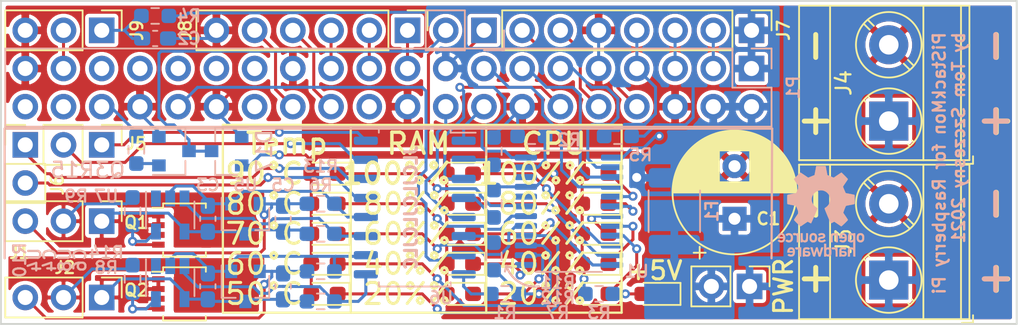
<source format=kicad_pcb>
(kicad_pcb (version 20171130) (host pcbnew 5.1.9-73d0e3b20d~88~ubuntu20.04.1)
  (title_block (date "15 nov 2012"))
  (layers (0 F.Cu signal hide) (31 B.Cu signal hide) (34 B.Paste user) (35 F.Paste user) (36 B.SilkS user) (37 F.SilkS user) (38 B.Mask user) (39 F.Mask user) (44 Edge.Cuts user))
  (net 0 "")
  (net 1 +3V3)
  (net 2 +5V)
  (net 3 GND)
  (net 4 /ID_SD)
  (net 5 /ID_SC)
  (net 6 /GPIO5)
  (net 7 /GPIO6)
  (net 8 /GPIO26)
  (net 9 "/GPIO2(SDA1)")
  (net 10 "/GPIO3(SCL1)")
  (net 11 "/GPIO14(TXD0)")
  (net 12 "/GPIO15(RXD0)")
  (net 13 "/GPIO17(GEN0)")
  (net 14 "/GPIO27(GEN2)")
  (net 15 "/GPIO22(GEN3)")
  (net 16 "/GPIO23(GEN4)")
  (net 17 "/GPIO24(GEN5)")
  (net 18 "/GPIO25(GEN6)")
  (net 19 "/GPIO18(GEN1)(PWM0)")
  (net 20 "/GPIO10(SPI0_MOSI)")
  (net 21 "/GPIO9(SPI0_MISO)")
  (net 22 "/GPIO11(SPI0_SCK)")
  (net 23 "/GPIO12(PWM0)")
  (net 24 "/GPIO13(PWM1)")
  (net 25 "/GPIO19(SPI1_MISO)")
  (net 26 /GPIO16)
  (net 27 "/GPIO20(SPI1_MOSI)")
  (net 28 "/GPIO21(SPI1_SCK)")
  (net 29 +5VP)
  (net 30 "Net-(D1-Pad1)")
  (net 31 "Net-(D2-Pad1)")
  (net 32 "Net-(D3-Pad1)")
  (net 33 "Net-(D4-Pad1)")
  (net 34 "Net-(D5-Pad1)")
  (net 35 "Net-(D6-Pad1)")
  (net 36 "Net-(D7-Pad1)")
  (net 37 "Net-(D8-Pad1)")
  (net 38 "Net-(D9-Pad1)")
  (net 39 "Net-(D10-Pad1)")
  (net 40 "Net-(D11-Pad1)")
  (net 41 "Net-(D12-Pad1)")
  (net 42 "Net-(D13-Pad1)")
  (net 43 "Net-(D14-Pad1)")
  (net 44 "Net-(D15-Pad1)")
  (net 45 "Net-(D16-Pad2)")
  (net 46 "Net-(U1-Pad20)")
  (net 47 "Net-(U1-Pad22)")
  (net 48 "Net-(R2-Pad1)")
  (net 49 "Net-(C2-Pad1)")
  (net 50 "Net-(J1-Pad2)")
  (net 51 "Net-(R1-Pad2)")
  (net 52 "Net-(R7-Pad2)")
  (net 53 "Net-(J2-Pad2)")
  (net 54 "Net-(U7-Pad1)")
  (net 55 "Net-(R6-Pad1)")
  (net 56 "Net-(R8-Pad1)")
  (net 57 "Net-(C3-Pad2)")
  (net 58 "Net-(C3-Pad1)")
  (net 59 "Net-(C4-Pad2)")
  (net 60 "Net-(C4-Pad1)")
  (net 61 "Net-(C5-Pad1)")
  (net 62 "Net-(C6-Pad1)")
  (net 63 "Net-(J5-Pad2)")
  (net 64 "Net-(J5-Pad1)")
  (net 65 "Net-(J6-Pad2)")
  (net 66 "Net-(J6-Pad1)")
  (net 67 "Net-(Q1-Pad4)")
  (net 68 "Net-(Q2-Pad4)")
  (net 69 "Net-(R11-Pad2)")
  (net 70 "Net-(R12-Pad2)")
  (net 71 "Net-(U4-Pad1)")
  (net 72 "/GPIO4(1Wire_Default)")
  (net 73 "/GPIO7(SPI0_CE1_N)")
  (net 74 "/GPIO8(SPI0_CE0_N)")
  (net 75 "Net-(Q3-Pad1)")
  (net 76 "Net-(D17-Pad3)")
  (net 77 "Net-(C1-Pad1)")
  (module TerminalBlock_Phoenix:TerminalBlock_Phoenix_MKDS-3-2-5.08_1x02_P5.08mm_Horizontal (layer F.Cu) (at 269.75 159 90)
    (fp_text reference J4 (at 2.54 -3 90) (layer F.SilkS))
    (fp_text value Screw_Terminal_01x02)
    (pad 2 thru_hole circle (at 5.08 0 90) (size 2.6 2.6) (drill 1.3) (layers *.Cu *.Mask) (net 3 GND))
    (pad 1 thru_hole rect (at 0 0 90) (size 2.6 2.6) (drill 1.3) (layers *.Cu *.Mask) (net 29 +5VP))
  )
  (module TerminalBlock_Phoenix:TerminalBlock_Phoenix_MKDS-3-2-5.08_1x02_P5.08mm_Horizontal (layer F.Cu) (at 269.75 169.58 90)
    (fp_text reference J3 (at 2.58 -3 90) (layer F.SilkS))
    (fp_text value Screw_Terminal_01x02)
    (pad 2 thru_hole circle (at 5.08 0 90) (size 2.6 2.6) (drill 1.3) (layers *.Cu *.Mask) (net 3 GND))
    (pad 1 thru_hole rect (at 0 0 90) (size 2.6 2.6) (drill 1.3) (layers *.Cu *.Mask) (net 29 +5VP))
  )
  (module Package_TO_SOT_SMD:SOT-23 (layer B.Cu) (at 225.75 161 180)
    (fp_text reference D17 (at -2.5 0 90) (layer B.SilkS) (effects (justify mirror)))
    (fp_text value BAT54S)
    (pad 3 smd rect (at 1 0 180) (size 0.9 0.8) (layers B.Cu B.Paste B.Mask) (net 76 "Net-(D17-Pad3)"))
    (pad 2 smd rect (at -1 -0.95 180) (size 0.9 0.8) (layers B.Cu B.Paste B.Mask) (net 2 +5V))
    (pad 1 smd rect (at -1 0.95 180) (size 0.9 0.8) (layers B.Cu B.Paste B.Mask) (net 3 GND))
  )
  (module Connector_PinHeader_2.54mm:PinHeader_1x02_P2.54mm_Vertical (layer B.Cu) (at 242.85 152.96 90)
    (fp_text reference J10 hide)
    (fp_text value Conn_01x02)
    (pad 2 thru_hole oval (at 0 -2.54 90) (size 1.7 1.7) (drill 1) (layers *.Cu *.Mask) (net 76 "Net-(D17-Pad3)"))
    (pad 1 thru_hole rect (at 0 0 90) (size 1.7 1.7) (drill 1) (layers *.Cu *.Mask) (net 2 +5V))
  )
  (module Resistor_SMD:R_0603_1608Metric_Pad0.98x0.95mm_HandSolder (layer B.Cu) (at 219.75 160.9125 270)
    (fp_text reference R15 (at 1.3375 4.25 180) (layer B.SilkS) (effects (justify mirror)))
    (fp_text value 560R)
    (pad 2 smd roundrect (at 0.9125 0 270) (size 0.975 0.95) (layers B.Cu B.Paste B.Mask) (net 75 "Net-(Q3-Pad1)"))
    (pad 1 smd roundrect (at -0.9125 0 270) (size 0.975 0.95) (layers B.Cu B.Paste B.Mask) (net 26 /GPIO16))
  )
  (module Package_TO_SOT_SMD:SOT-23 (layer B.Cu) (at 222.25 161)
    (fp_text reference Q3 (at -4.25 1.25 180) (layer B.SilkS) (effects (justify mirror)))
    (fp_text value BC817)
    (pad 3 smd rect (at 1 0) (size 0.9 0.8) (layers B.Cu B.Paste B.Mask) (net 76 "Net-(D17-Pad3)"))
    (pad 2 smd rect (at -1 -0.95) (size 0.9 0.8) (layers B.Cu B.Paste B.Mask) (net 3 GND))
    (pad 1 smd rect (at -1 0.95) (size 0.9 0.8) (layers B.Cu B.Paste B.Mask) (net 75 "Net-(Q3-Pad1)"))
  )
  (module Connector_PinHeader_2.54mm:PinHeader_1x03_P2.54mm_Vertical (layer F.Cu) (at 217.45 152.96 270)
    (fp_text reference J9 (at 0 -2.33 90) (layer F.SilkS) (effects (font (size 0.8 0.8))))
    (fp_text value Conn_01x03)
    (pad 3 thru_hole oval (at 0 5.08 270) (size 1.7 1.7) (drill 1) (layers *.Cu *.Mask) (net 3 GND))
    (pad 2 thru_hole oval (at 0 2.54 270) (size 1.7 1.7) (drill 1) (layers *.Cu *.Mask) (net 8 /GPIO26))
    (pad 1 thru_hole rect (at 0 0 270) (size 1.7 1.7) (drill 1) (layers *.Cu *.Mask) (net 49 "Net-(C2-Pad1)"))
  )
  (module Package_TO_SOT_SMD:LFPAK33 (layer F.Cu) (at 222.75 166.25)
    (fp_text reference Q1 (at -3 -0.5) (layer F.SilkS) (effects (font (size 0.8 0.8))))
    (fp_text value BUK7M21-40EX)
    (pad 2 smd rect (at -1.535 -0.325) (size 0.83 0.4) (layers F.Cu F.Mask) (net 57 "Net-(C3-Pad2)"))
    (pad 1 smd rect (at -1.535 -0.975) (size 0.83 0.4) (layers F.Cu F.Mask) (net 57 "Net-(C3-Pad2)"))
    (pad 3 smd rect (at -1.535 0.325) (size 0.83 0.4) (layers F.Cu F.Mask) (net 57 "Net-(C3-Pad2)"))
    (pad 4 smd rect (at -1.535 0.975) (size 0.83 0.4) (layers F.Cu F.Mask) (net 67 "Net-(Q1-Pad4)"))
    (pad 5 smd custom (at 0.405 0) (size 1.85 2.25) (layers F.Cu F.Mask) (net 50 "Net-(J1-Pad2)") (options (clearance outline) (anchor rect)) (primitives (gr_poly (pts (xy 0.925 -1.175) (xy 1.545 -1.175) (xy 1.545 -0.775) (xy 0.925 -0.775)) (width 0)) (gr_poly (pts (xy 0.925 -0.525) (xy 1.545 -0.525) (xy 1.545 -0.125) (xy 0.925 -0.125)) (width 0)) (gr_poly (pts (xy 0.925 0.125) (xy 1.545 0.125) (xy 1.545 0.525) (xy 0.925 0.525)) (width 0)) (gr_poly (pts (xy 0.925 0.775) (xy 1.545 0.775) (xy 1.545 1.175) (xy 0.925 1.175)) (width 0))))
  )
  (module Package_TO_SOT_SMD:SOT-23 (layer B.Cu) (at 227 165.5 270)
    (fp_text reference U5 (at -2.25 0) (layer B.SilkS) (effects (font (size 0.8 0.8)) (justify mirror)))
    (fp_text value LM3480-12)
    (pad 3 smd rect (at 1 0 270) (size 0.9 0.8) (layers B.Cu B.Paste B.Mask) (net 57 "Net-(C3-Pad2)"))
    (pad 2 smd rect (at -1 -0.95 270) (size 0.9 0.8) (layers B.Cu B.Paste B.Mask) (net 61 "Net-(C5-Pad1)"))
    (pad 1 smd rect (at -1 0.95 270) (size 0.9 0.8) (layers B.Cu B.Paste B.Mask) (net 58 "Net-(C3-Pad1)"))
  )
  (module Resistor_SMD:R_0603_1608Metric_Pad0.98x0.95mm_HandSolder (layer B.Cu) (at 219.5 165 270)
    (fp_text reference R9 (at -1 3.75 180) (layer B.SilkS) (effects (font (size 0.8 0.8)) (justify mirror)))
    (fp_text value NM)
    (pad 2 smd roundrect (at 0.9125 0 270) (size 0.975 0.95) (layers B.Cu B.Paste B.Mask) (net 67 "Net-(Q1-Pad4)"))
    (pad 1 smd roundrect (at -0.9125 0 270) (size 0.975 0.95) (layers B.Cu B.Paste B.Mask) (net 50 "Net-(J1-Pad2)"))
  )
  (module Resistor_SMD:R_0603_1608Metric_Pad0.98x0.95mm_HandSolder (layer B.Cu) (at 251.75 160 180)
    (fp_text reference R5 (at -1.5 -1.25 180) (layer B.SilkS) (effects (font (size 0.8 0.8)) (justify mirror)))
    (fp_text value 4k7)
    (pad 2 smd roundrect (at 0.9125 0 180) (size 0.975 0.95) (layers B.Cu B.Paste B.Mask) (net 72 "/GPIO4(1Wire_Default)"))
    (pad 1 smd roundrect (at -0.9125 0 180) (size 0.975 0.95) (layers B.Cu B.Paste B.Mask) (net 1 +3V3))
  )
  (module Package_SO:TSSOP-24_4.4x7.8mm_P0.65mm (layer B.Cu) (at 248.5 165 180)
    (fp_text reference U1 (at -4.5 -4) (layer B.SilkS) (effects (font (size 0.8 0.8)) (justify mirror)))
    (fp_text value STP16CP05TTR)
    (pad 24 smd roundrect (at 2.8625 3.575 180) (size 1.475 0.4) (layers B.Cu B.Paste B.Mask) (net 1 +3V3))
    (pad 23 smd roundrect (at 2.8625 2.925 180) (size 1.475 0.4) (layers B.Cu B.Paste B.Mask) (net 48 "Net-(R2-Pad1)"))
    (pad 22 smd roundrect (at 2.8625 2.275 180) (size 1.475 0.4) (layers B.Cu B.Paste B.Mask) (net 47 "Net-(U1-Pad22)"))
    (pad 21 smd roundrect (at 2.8625 1.625 180) (size 1.475 0.4) (layers B.Cu B.Paste B.Mask) (net 3 GND))
    (pad 20 smd roundrect (at 2.8625 0.975 180) (size 1.475 0.4) (layers B.Cu B.Paste B.Mask) (net 46 "Net-(U1-Pad20)"))
    (pad 19 smd roundrect (at 2.8625 0.325 180) (size 1.475 0.4) (layers B.Cu B.Paste B.Mask) (net 40 "Net-(D11-Pad1)"))
    (pad 18 smd roundrect (at 2.8625 -0.325 180) (size 1.475 0.4) (layers B.Cu B.Paste B.Mask) (net 41 "Net-(D12-Pad1)"))
    (pad 17 smd roundrect (at 2.8625 -0.975 180) (size 1.475 0.4) (layers B.Cu B.Paste B.Mask) (net 42 "Net-(D13-Pad1)"))
    (pad 16 smd roundrect (at 2.8625 -1.625 180) (size 1.475 0.4) (layers B.Cu B.Paste B.Mask) (net 44 "Net-(D15-Pad1)"))
    (pad 15 smd roundrect (at 2.8625 -2.275 180) (size 1.475 0.4) (layers B.Cu B.Paste B.Mask) (net 43 "Net-(D14-Pad1)"))
    (pad 14 smd roundrect (at 2.8625 -2.925 180) (size 1.475 0.4) (layers B.Cu B.Paste B.Mask) (net 35 "Net-(D6-Pad1)"))
    (pad 13 smd roundrect (at 2.8625 -3.575 180) (size 1.475 0.4) (layers B.Cu B.Paste B.Mask) (net 36 "Net-(D7-Pad1)"))
    (pad 12 smd roundrect (at -2.8625 -3.575 180) (size 1.475 0.4) (layers B.Cu B.Paste B.Mask) (net 37 "Net-(D8-Pad1)"))
    (pad 11 smd roundrect (at -2.8625 -2.925 180) (size 1.475 0.4) (layers B.Cu B.Paste B.Mask) (net 38 "Net-(D9-Pad1)"))
    (pad 10 smd roundrect (at -2.8625 -2.275 180) (size 1.475 0.4) (layers B.Cu B.Paste B.Mask) (net 39 "Net-(D10-Pad1)"))
    (pad 9 smd roundrect (at -2.8625 -1.625 180) (size 1.475 0.4) (layers B.Cu B.Paste B.Mask) (net 30 "Net-(D1-Pad1)"))
    (pad 8 smd roundrect (at -2.8625 -0.975 180) (size 1.475 0.4) (layers B.Cu B.Paste B.Mask) (net 31 "Net-(D2-Pad1)"))
    (pad 7 smd roundrect (at -2.8625 -0.325 180) (size 1.475 0.4) (layers B.Cu B.Paste B.Mask) (net 32 "Net-(D3-Pad1)"))
    (pad 6 smd roundrect (at -2.8625 0.325 180) (size 1.475 0.4) (layers B.Cu B.Paste B.Mask) (net 33 "Net-(D4-Pad1)"))
    (pad 5 smd roundrect (at -2.8625 0.975 180) (size 1.475 0.4) (layers B.Cu B.Paste B.Mask) (net 34 "Net-(D5-Pad1)"))
    (pad 4 smd roundrect (at -2.8625 1.625 180) (size 1.475 0.4) (layers B.Cu B.Paste B.Mask) (net 15 "/GPIO22(GEN3)"))
    (pad 3 smd roundrect (at -2.8625 2.275 180) (size 1.475 0.4) (layers B.Cu B.Paste B.Mask) (net 14 "/GPIO27(GEN2)"))
    (pad 2 smd roundrect (at -2.8625 2.925 180) (size 1.475 0.4) (layers B.Cu B.Paste B.Mask) (net 13 "/GPIO17(GEN0)"))
    (pad 1 smd roundrect (at -2.8625 3.575 180) (size 1.475 0.4) (layers B.Cu B.Paste B.Mask) (net 3 GND))
  )
  (module Connector_PinHeader_2.54mm:PinHeader_1x06_P2.54mm_Vertical (layer F.Cu) (at 237.77 152.96 270)
    (fp_text reference J8 (at 0 14.77 270) (layer F.SilkS) (effects (font (size 0.8 0.8))))
    (fp_text value Conn_01x05)
    (pad 6 thru_hole oval (at 0 12.7 270) (size 1.7 1.7) (drill 1) (layers *.Cu *.Mask) (net 3 GND))
    (pad 5 thru_hole oval (at 0 10.16 270) (size 1.7 1.7) (drill 1) (layers *.Cu *.Mask) (net 73 "/GPIO7(SPI0_CE1_N)"))
    (pad 4 thru_hole oval (at 0 7.62 270) (size 1.7 1.7) (drill 1) (layers *.Cu *.Mask) (net 74 "/GPIO8(SPI0_CE0_N)"))
    (pad 3 thru_hole oval (at 0 5.08 270) (size 1.7 1.7) (drill 1) (layers *.Cu *.Mask) (net 22 "/GPIO11(SPI0_SCK)"))
    (pad 2 thru_hole oval (at 0 2.54 270) (size 1.7 1.7) (drill 1) (layers *.Cu *.Mask) (net 21 "/GPIO9(SPI0_MISO)"))
    (pad 1 thru_hole rect (at 0 0 270) (size 1.7 1.7) (drill 1) (layers *.Cu *.Mask) (net 20 "/GPIO10(SPI0_MOSI)"))
  )
  (module Connector_PinHeader_2.54mm:PinHeader_1x07_P2.54mm_Vertical (layer F.Cu) (at 260.63 152.96 270)
    (fp_text reference J7 (at 0 -2.12 270) (layer F.SilkS) (effects (font (size 0.8 0.8))))
    (fp_text value Conn_01x07)
    (pad 7 thru_hole oval (at 0 15.24 270) (size 1.7 1.7) (drill 1) (layers *.Cu *.Mask) (net 12 "/GPIO15(RXD0)"))
    (pad 6 thru_hole oval (at 0 12.7 270) (size 1.7 1.7) (drill 1) (layers *.Cu *.Mask) (net 11 "/GPIO14(TXD0)"))
    (pad 5 thru_hole oval (at 0 10.16 270) (size 1.7 1.7) (drill 1) (layers *.Cu *.Mask) (net 3 GND))
    (pad 4 thru_hole oval (at 0 7.62 270) (size 1.7 1.7) (drill 1) (layers *.Cu *.Mask) (net 72 "/GPIO4(1Wire_Default)"))
    (pad 3 thru_hole oval (at 0 5.08 270) (size 1.7 1.7) (drill 1) (layers *.Cu *.Mask) (net 10 "/GPIO3(SCL1)"))
    (pad 2 thru_hole oval (at 0 2.54 270) (size 1.7 1.7) (drill 1) (layers *.Cu *.Mask) (net 9 "/GPIO2(SDA1)"))
    (pad 1 thru_hole rect (at 0 0 270) (size 1.7 1.7) (drill 1) (layers *.Cu *.Mask) (net 1 +3V3))
  )
  (module Package_TO_SOT_SMD:SOT-23 (layer B.Cu) (at 227 170 270)
    (fp_text reference U8 (at -1.75 12 90) (layer B.SilkS) (effects (font (size 0.8 0.8)) (justify mirror)))
    (fp_text value LM3480-12)
    (pad 3 smd rect (at 1 0 270) (size 0.9 0.8) (layers B.Cu B.Paste B.Mask) (net 59 "Net-(C4-Pad2)"))
    (pad 2 smd rect (at -1 -0.95 270) (size 0.9 0.8) (layers B.Cu B.Paste B.Mask) (net 62 "Net-(C6-Pad1)"))
    (pad 1 smd rect (at -1 0.95 270) (size 0.9 0.8) (layers B.Cu B.Paste B.Mask) (net 60 "Net-(C4-Pad1)"))
  )
  (module Package_TO_SOT_SMD:SOT-23-5 (layer B.Cu) (at 222 169.75 270)
    (fp_text reference U4 (at -1.5 9 90) (layer B.SilkS) (effects (font (size 0.8 0.8)) (justify mirror)))
    (fp_text value MCP1416)
    (pad 5 smd rect (at 1.1 0.95 270) (size 1.06 0.65) (layers B.Cu B.Paste B.Mask) (net 68 "Net-(Q2-Pad4)"))
    (pad 4 smd rect (at 1.1 -0.95 270) (size 1.06 0.65) (layers B.Cu B.Paste B.Mask) (net 59 "Net-(C4-Pad2)"))
    (pad 3 smd rect (at -1.1 -0.95 270) (size 1.06 0.65) (layers B.Cu B.Paste B.Mask) (net 56 "Net-(R8-Pad1)"))
    (pad 2 smd rect (at -1.1 0 270) (size 1.06 0.65) (layers B.Cu B.Paste B.Mask) (net 60 "Net-(C4-Pad1)"))
    (pad 1 smd rect (at -1.1 0.95 270) (size 1.06 0.65) (layers B.Cu B.Paste B.Mask) (net 71 "Net-(U4-Pad1)"))
  )
  (module Resistor_SMD:R_0603_1608Metric_Pad0.98x0.95mm_HandSolder (layer B.Cu) (at 232 169)
    (fp_text reference R14 (at -14.25 -1.25) (layer B.SilkS) (effects (font (size 0.8 0.8)) (justify mirror)))
    (fp_text value NM)
    (pad 2 smd roundrect (at 0.9125 0) (size 0.975 0.95) (layers B.Cu B.Paste B.Mask) (net 60 "Net-(C4-Pad1)"))
    (pad 1 smd roundrect (at -0.9125 0) (size 0.975 0.95) (layers B.Cu B.Paste B.Mask) (net 62 "Net-(C6-Pad1)"))
  )
  (module Resistor_SMD:R_0603_1608Metric_Pad0.98x0.95mm_HandSolder (layer B.Cu) (at 232 164.5)
    (fp_text reference R13 (at 0 -2.5) (layer B.SilkS) (effects (font (size 0.8 0.8)) (justify mirror)))
    (fp_text value NM)
    (pad 2 smd roundrect (at 0.9125 0) (size 0.975 0.95) (layers B.Cu B.Paste B.Mask) (net 58 "Net-(C3-Pad1)"))
    (pad 1 smd roundrect (at -0.9125 0) (size 0.975 0.95) (layers B.Cu B.Paste B.Mask) (net 61 "Net-(C5-Pad1)"))
  )
  (module Resistor_SMD:R_0603_1608Metric_Pad0.98x0.95mm_HandSolder (layer B.Cu) (at 243.5 164.5 270)
    (fp_text reference R12 (at 6.25 -4.25 180) (layer B.SilkS) (effects (font (size 0.8 0.8)) (justify mirror)))
    (fp_text value 360R)
    (pad 2 smd roundrect (at 0.9125 0 270) (size 0.975 0.95) (layers B.Cu B.Paste B.Mask) (net 70 "Net-(R12-Pad2)"))
    (pad 1 smd roundrect (at -0.9125 0 270) (size 0.975 0.95) (layers B.Cu B.Paste B.Mask) (net 3 GND))
  )
  (module Resistor_SMD:R_0603_1608Metric_Pad0.98x0.95mm_HandSolder (layer B.Cu) (at 243.5 161 270)
    (fp_text reference R11 (at 8.75 -4.25 180) (layer B.SilkS) (effects (font (size 0.8 0.8)) (justify mirror)))
    (fp_text value 360R)
    (pad 2 smd roundrect (at 0.9125 0 270) (size 0.975 0.95) (layers B.Cu B.Paste B.Mask) (net 69 "Net-(R11-Pad2)"))
    (pad 1 smd roundrect (at -0.9125 0 270) (size 0.975 0.95) (layers B.Cu B.Paste B.Mask) (net 3 GND))
  )
  (module Resistor_SMD:R_0603_1608Metric_Pad0.98x0.95mm_HandSolder (layer B.Cu) (at 219.5 169.5 270)
    (fp_text reference R10 (at -1.25 7.5 90) (layer B.SilkS) (effects (font (size 0.8 0.8)) (justify mirror)))
    (fp_text value NM)
    (pad 2 smd roundrect (at 0.9125 0 270) (size 0.975 0.95) (layers B.Cu B.Paste B.Mask) (net 68 "Net-(Q2-Pad4)"))
    (pad 1 smd roundrect (at -0.9125 0 270) (size 0.975 0.95) (layers B.Cu B.Paste B.Mask) (net 53 "Net-(J2-Pad2)"))
  )
  (module Resistor_SMD:R_0603_1608Metric_Pad0.98x0.95mm_HandSolder (layer B.Cu) (at 232 171 180)
    (fp_text reference R8 (at 14.25 2.25) (layer B.SilkS) (effects (font (size 0.8 0.8)) (justify mirror)))
    (fp_text value 2k)
    (pad 2 smd roundrect (at 0.9125 0 180) (size 0.975 0.95) (layers B.Cu B.Paste B.Mask) (net 59 "Net-(C4-Pad2)"))
    (pad 1 smd roundrect (at -0.9125 0 180) (size 0.975 0.95) (layers B.Cu B.Paste B.Mask) (net 56 "Net-(R8-Pad1)"))
  )
  (module Package_TO_SOT_SMD:LFPAK33 (layer F.Cu) (at 222.75 170.5)
    (fp_text reference Q2 (at -3 -0.25 180) (layer F.SilkS) (effects (font (size 0.8 0.8))))
    (fp_text value BUK7M21-40EX)
    (pad 2 smd rect (at -1.535 -0.325) (size 0.83 0.4) (layers F.Cu F.Mask) (net 59 "Net-(C4-Pad2)"))
    (pad 1 smd rect (at -1.535 -0.975) (size 0.83 0.4) (layers F.Cu F.Mask) (net 59 "Net-(C4-Pad2)"))
    (pad 3 smd rect (at -1.535 0.325) (size 0.83 0.4) (layers F.Cu F.Mask) (net 59 "Net-(C4-Pad2)"))
    (pad 4 smd rect (at -1.535 0.975) (size 0.83 0.4) (layers F.Cu F.Mask) (net 68 "Net-(Q2-Pad4)"))
    (pad 5 smd custom (at 0.405 0) (size 1.85 2.25) (layers F.Cu F.Mask) (net 53 "Net-(J2-Pad2)") (options (clearance outline) (anchor rect)) (primitives (gr_poly (pts (xy 0.925 -1.175) (xy 1.545 -1.175) (xy 1.545 -0.775) (xy 0.925 -0.775)) (width 0)) (gr_poly (pts (xy 0.925 -0.525) (xy 1.545 -0.525) (xy 1.545 -0.125) (xy 0.925 -0.125)) (width 0)) (gr_poly (pts (xy 0.925 0.125) (xy 1.545 0.125) (xy 1.545 0.525) (xy 0.925 0.525)) (width 0)) (gr_poly (pts (xy 0.925 0.775) (xy 1.545 0.775) (xy 1.545 1.175) (xy 0.925 1.175)) (width 0))))
  )
  (module Connector_PinHeader_2.54mm:PinHeader_1x02_P2.54mm_Vertical (layer F.Cu) (at 212.37 160.58)
    (fp_text reference J6 (at 2.13 2.67 -90) (layer F.SilkS) (effects (font (size 0.8 0.8))))
    (fp_text value Conn_01x02)
    (pad 2 thru_hole oval (at 0 2.54) (size 1.7 1.7) (drill 1) (layers *.Cu *.Mask) (net 65 "Net-(J6-Pad2)"))
    (pad 1 thru_hole rect (at 0 0) (size 1.7 1.7) (drill 1) (layers *.Cu *.Mask) (net 66 "Net-(J6-Pad1)"))
  )
  (module Connector_PinHeader_2.54mm:PinHeader_1x02_P2.54mm_Vertical (layer F.Cu) (at 217.45 160.58 270)
    (fp_text reference J5 (at -0.08 -2.3 180) (layer F.SilkS) (effects (font (size 0.8 0.8))))
    (fp_text value Conn_01x02)
    (pad 2 thru_hole oval (at 0 2.54 270) (size 1.7 1.7) (drill 1) (layers *.Cu *.Mask) (net 63 "Net-(J5-Pad2)"))
    (pad 1 thru_hole rect (at 0 0 270) (size 1.7 1.7) (drill 1) (layers *.Cu *.Mask) (net 64 "Net-(J5-Pad1)"))
  )
  (module Connector_PinHeader_2.54mm:PinHeader_1x03_P2.54mm_Vertical (layer F.Cu) (at 217.45 170.74 270)
    (fp_text reference J2 (at -1.99 2.45) (layer F.SilkS) (effects (font (size 0.8 0.8))))
    (fp_text value Conn_01x03)
    (pad 3 thru_hole oval (at 0 5.08 270) (size 1.7 1.7) (drill 1) (layers *.Cu *.Mask) (net 62 "Net-(C6-Pad1)"))
    (pad 2 thru_hole oval (at 0 2.54 270) (size 1.7 1.7) (drill 1) (layers *.Cu *.Mask) (net 53 "Net-(J2-Pad2)"))
    (pad 1 thru_hole rect (at 0 0 270) (size 1.7 1.7) (drill 1) (layers *.Cu *.Mask) (net 59 "Net-(C4-Pad2)"))
  )
  (module Capacitor_SMD:C_0603_1608Metric_Pad1.08x0.95mm_HandSolder (layer B.Cu) (at 229.5 170 270)
    (fp_text reference C6 (at -1.75 13.5 90) (layer B.SilkS) (effects (font (size 0.8 0.8)) (justify mirror)))
    (fp_text value ".1u 50V")
    (pad 2 smd roundrect (at 0.8625 0 270) (size 1.075 0.95) (layers B.Cu B.Paste B.Mask) (net 59 "Net-(C4-Pad2)"))
    (pad 1 smd roundrect (at -0.8625 0 270) (size 1.075 0.95) (layers B.Cu B.Paste B.Mask) (net 62 "Net-(C6-Pad1)"))
  )
  (module Capacitor_SMD:C_0603_1608Metric_Pad1.08x0.95mm_HandSolder (layer B.Cu) (at 229.5 165.5 270)
    (fp_text reference C5 (at -2.25 0 180) (layer B.SilkS) (effects (font (size 0.8 0.8)) (justify mirror)))
    (fp_text value ".1u 50V")
    (pad 2 smd roundrect (at 0.8625 0 270) (size 1.075 0.95) (layers B.Cu B.Paste B.Mask) (net 57 "Net-(C3-Pad2)"))
    (pad 1 smd roundrect (at -0.8625 0 270) (size 1.075 0.95) (layers B.Cu B.Paste B.Mask) (net 61 "Net-(C5-Pad1)"))
  )
  (module Capacitor_SMD:C_0603_1608Metric_Pad1.08x0.95mm_HandSolder (layer B.Cu) (at 224.5 170 270)
    (fp_text reference C4 (at -1.75 10.5 90) (layer B.SilkS) (effects (font (size 0.8 0.8)) (justify mirror)))
    (fp_text value ".1u 50V")
    (pad 2 smd roundrect (at 0.8625 0 270) (size 1.075 0.95) (layers B.Cu B.Paste B.Mask) (net 59 "Net-(C4-Pad2)"))
    (pad 1 smd roundrect (at -0.8625 0 270) (size 1.075 0.95) (layers B.Cu B.Paste B.Mask) (net 60 "Net-(C4-Pad1)"))
  )
  (module Capacitor_SMD:C_0603_1608Metric_Pad1.08x0.95mm_HandSolder (layer B.Cu) (at 224.5 165.5 270)
    (fp_text reference C3 (at -2.25 0 180) (layer B.SilkS) (effects (font (size 0.8 0.8)) (justify mirror)))
    (fp_text value ".1u 50V")
    (pad 2 smd roundrect (at 0.8625 0 270) (size 1.075 0.95) (layers B.Cu B.Paste B.Mask) (net 57 "Net-(C3-Pad2)"))
    (pad 1 smd roundrect (at -0.8625 0 270) (size 1.075 0.95) (layers B.Cu B.Paste B.Mask) (net 58 "Net-(C3-Pad1)"))
  )
  (module Resistor_SMD:R_0603_1608Metric_Pad0.98x0.95mm_HandSolder (layer B.Cu) (at 250.5 170.5)
    (fp_text reference R3 (at 0 1.25) (layer B.SilkS) (effects (font (size 0.8 0.8) (thickness 0.16)) (justify mirror)))
    (fp_text value 1k)
    (pad 2 smd roundrect (at 0.9125 0) (size 0.975 0.95) (layers B.Cu B.Paste B.Mask) (net 45 "Net-(D16-Pad2)"))
    (pad 1 smd roundrect (at -0.9125 0) (size 0.975 0.95) (layers B.Cu B.Paste B.Mask) (net 2 +5V))
  )
  (module Package_SO:SOIC-16_4.55x10.3mm_P1.27mm (layer B.Cu) (at 238.25 164.75 180)
    (fp_text reference U6 (at -1.75 -6 180) (layer B.SilkS) (effects (font (size 0.8 0.8)) (justify mirror)))
    (fp_text value TLP291-4)
    (pad 16 smd roundrect (at 3.25 4.445 180) (size 1.6 0.55) (layers B.Cu B.Paste B.Mask) (net 64 "Net-(J5-Pad1)"))
    (pad 15 smd roundrect (at 3.25 3.175 180) (size 1.6 0.55) (layers B.Cu B.Paste B.Mask) (net 63 "Net-(J5-Pad2)"))
    (pad 14 smd roundrect (at 3.25 1.905 180) (size 1.6 0.55) (layers B.Cu B.Paste B.Mask) (net 66 "Net-(J6-Pad1)"))
    (pad 13 smd roundrect (at 3.25 0.635 180) (size 1.6 0.55) (layers B.Cu B.Paste B.Mask) (net 65 "Net-(J6-Pad2)"))
    (pad 12 smd roundrect (at 3.25 -0.635 180) (size 1.6 0.55) (layers B.Cu B.Paste B.Mask) (net 58 "Net-(C3-Pad1)"))
    (pad 11 smd roundrect (at 3.25 -1.905 180) (size 1.6 0.55) (layers B.Cu B.Paste B.Mask) (net 55 "Net-(R6-Pad1)"))
    (pad 10 smd roundrect (at 3.25 -3.175 180) (size 1.6 0.55) (layers B.Cu B.Paste B.Mask) (net 60 "Net-(C4-Pad1)"))
    (pad 9 smd roundrect (at 3.25 -4.445 180) (size 1.6 0.55) (layers B.Cu B.Paste B.Mask) (net 56 "Net-(R8-Pad1)"))
    (pad 8 smd roundrect (at -3.25 -4.445 180) (size 1.6 0.55) (layers B.Cu B.Paste B.Mask) (net 51 "Net-(R1-Pad2)"))
    (pad 7 smd roundrect (at -3.25 -3.175 180) (size 1.6 0.55) (layers B.Cu B.Paste B.Mask) (net 23 "/GPIO12(PWM0)"))
    (pad 6 smd roundrect (at -3.25 -1.905 180) (size 1.6 0.55) (layers B.Cu B.Paste B.Mask) (net 52 "Net-(R7-Pad2)"))
    (pad 5 smd roundrect (at -3.25 -0.635 180) (size 1.6 0.55) (layers B.Cu B.Paste B.Mask) (net 17 "/GPIO24(GEN5)"))
    (pad 4 smd roundrect (at -3.25 0.635 180) (size 1.6 0.55) (layers B.Cu B.Paste B.Mask) (net 70 "Net-(R12-Pad2)"))
    (pad 3 smd roundrect (at -3.25 1.905 180) (size 1.6 0.55) (layers B.Cu B.Paste B.Mask) (net 19 "/GPIO18(GEN1)(PWM0)"))
    (pad 2 smd roundrect (at -3.25 3.175 180) (size 1.6 0.55) (layers B.Cu B.Paste B.Mask) (net 69 "Net-(R11-Pad2)"))
    (pad 1 smd roundrect (at -3.25 4.445 180) (size 1.6 0.55) (layers B.Cu B.Paste B.Mask) (net 16 "/GPIO23(GEN4)"))
  )
  (module Resistor_SMD:R_0603_1608Metric_Pad0.98x0.95mm_HandSolder (layer B.Cu) (at 232 166.5 180)
    (fp_text reference R6 (at 0 3.25 180) (layer B.SilkS) (effects (font (size 0.8 0.8)) (justify mirror)))
    (fp_text value 2k)
    (pad 2 smd roundrect (at 0.9125 0 180) (size 0.975 0.95) (layers B.Cu B.Paste B.Mask) (net 57 "Net-(C3-Pad2)"))
    (pad 1 smd roundrect (at -0.9125 0 180) (size 0.975 0.95) (layers B.Cu B.Paste B.Mask) (net 55 "Net-(R6-Pad1)"))
  )
  (module Resistor_SMD:R_0603_1608Metric_Pad0.98x0.95mm_HandSolder (layer B.Cu) (at 244.25 170.5 180)
    (fp_text reference R1 (at 0 -1.25) (layer B.SilkS) (effects (font (size 0.8 0.8)) (justify mirror)))
    (fp_text value 360R)
    (pad 2 smd roundrect (at 0.9125 0 180) (size 0.975 0.95) (layers B.Cu B.Paste B.Mask) (net 51 "Net-(R1-Pad2)"))
    (pad 1 smd roundrect (at -0.9125 0 180) (size 0.975 0.95) (layers B.Cu B.Paste B.Mask) (net 3 GND))
  )
  (module Package_TO_SOT_SMD:SOT-23-5 (layer B.Cu) (at 222 165.25 270)
    (fp_text reference U7 (at -1.25 4.25 180) (layer B.SilkS) (effects (font (size 0.8 0.8)) (justify mirror)))
    (fp_text value MCP1416)
    (pad 5 smd rect (at 1.1 0.95 270) (size 1.06 0.65) (layers B.Cu B.Paste B.Mask) (net 67 "Net-(Q1-Pad4)"))
    (pad 4 smd rect (at 1.1 -0.95 270) (size 1.06 0.65) (layers B.Cu B.Paste B.Mask) (net 57 "Net-(C3-Pad2)"))
    (pad 3 smd rect (at -1.1 -0.95 270) (size 1.06 0.65) (layers B.Cu B.Paste B.Mask) (net 55 "Net-(R6-Pad1)"))
    (pad 2 smd rect (at -1.1 0 270) (size 1.06 0.65) (layers B.Cu B.Paste B.Mask) (net 58 "Net-(C3-Pad1)"))
    (pad 1 smd rect (at -1.1 0.95 270) (size 1.06 0.65) (layers B.Cu B.Paste B.Mask) (net 54 "Net-(U7-Pad1)"))
  )
  (module Connector_PinHeader_2.54mm:PinHeader_1x03_P2.54mm_Vertical (layer F.Cu) (at 217.45 165.66 270)
    (fp_text reference J1 (at 2.09 5.45 180) (layer F.SilkS) (effects (font (size 0.8 0.8))))
    (fp_text value Conn_01x03)
    (pad 3 thru_hole oval (at 0 5.08 270) (size 1.7 1.7) (drill 1) (layers *.Cu *.Mask) (net 61 "Net-(C5-Pad1)"))
    (pad 2 thru_hole oval (at 0 2.54 270) (size 1.7 1.7) (drill 1) (layers *.Cu *.Mask) (net 50 "Net-(J1-Pad2)"))
    (pad 1 thru_hole rect (at 0 0 270) (size 1.7 1.7) (drill 1) (layers *.Cu *.Mask) (net 57 "Net-(C3-Pad2)"))
  )
  (module Resistor_SMD:R_0603_1608Metric_Pad0.98x0.95mm_HandSolder (layer B.Cu) (at 243.5 168 90)
    (fp_text reference R7 (at -3.75 4.25 180) (layer B.SilkS) (effects (font (size 0.8 0.8)) (justify mirror)))
    (fp_text value 360R)
    (pad 2 smd roundrect (at 0.9125 0 90) (size 0.975 0.95) (layers B.Cu B.Paste B.Mask) (net 52 "Net-(R7-Pad2)"))
    (pad 1 smd roundrect (at -0.9125 0 90) (size 0.975 0.95) (layers B.Cu B.Paste B.Mask) (net 3 GND))
  )
  (module Resistor_SMD:R_0603_1608Metric_Pad0.98x0.95mm_HandSolder (layer B.Cu) (at 246 160 180)
    (fp_text reference R2 (at -2.5 -0.25) (layer B.SilkS) (effects (font (size 0.8 0.8) (thickness 0.16)) (justify mirror)))
    (fp_text value 7k5)
    (pad 1 smd roundrect (at -0.9125 0 180) (size 0.975 0.95) (layers B.Cu B.Paste B.Mask) (net 48 "Net-(R2-Pad1)"))
    (pad 2 smd roundrect (at 0.9125 0 180) (size 0.975 0.95) (layers B.Cu B.Paste B.Mask) (net 3 GND))
  )
  (module LED_SMD:LED_0603_1608Metric_Pad1.05x0.95mm_HandSolder (layer F.Cu) (at 250.25 166.5 180)
    (fp_text reference D3 hide)
    (fp_text value G hide)
    (fp_text user 60%% (at 3.5 0 180) (layer F.SilkS) (effects (font (size 1.4 1.4) (thickness 0.2))))
    (pad 1 smd roundrect (at -0.875 0 180) (size 1.05 0.95) (layers F.Cu F.Paste F.Mask) (net 32 "Net-(D3-Pad1)"))
    (pad 2 smd roundrect (at 0.875 0 180) (size 1.05 0.95) (layers F.Cu F.Paste F.Mask) (net 2 +5V))
  )
  (module LED_SMD:LED_0603_1608Metric_Pad1.05x0.95mm_HandSolder (layer F.Cu) (at 250.25 164.5 180)
    (fp_text reference D4 hide)
    (fp_text value G hide)
    (fp_text user 80%% (at 3.5 0 180) (layer F.SilkS) (effects (font (size 1.4 1.4) (thickness 0.2))))
    (pad 1 smd roundrect (at -0.875 0 180) (size 1.05 0.95) (layers F.Cu F.Paste F.Mask) (net 33 "Net-(D4-Pad1)"))
    (pad 2 smd roundrect (at 0.875 0 180) (size 1.05 0.95) (layers F.Cu F.Paste F.Mask) (net 2 +5V))
  )
  (module LED_SMD:LED_0603_1608Metric_Pad1.05x0.95mm_HandSolder (layer F.Cu) (at 254.25 170.5 180)
    (fp_text reference D16 hide)
    (fp_text value G hide)
    (fp_text user +5V (at 0.05 1.55 180) (layer F.SilkS) (effects (font (size 1.2 1.2) (thickness 0.2))))
    (pad 1 smd roundrect (at -0.875 0 180) (size 1.05 0.95) (layers F.Cu F.Paste F.Mask) (net 3 GND))
    (pad 2 smd roundrect (at 0.875 0 180) (size 1.05 0.95) (layers F.Cu F.Paste F.Mask) (net 45 "Net-(D16-Pad2)"))
  )
  (module LED_SMD:LED_0603_1608Metric_Pad1.05x0.95mm_HandSolder (layer F.Cu) (at 250.25 170.5 180)
    (fp_text reference D1 hide)
    (fp_text value G hide)
    (fp_text user 20%% (at 3.5 0 180) (layer F.SilkS) (effects (font (size 1.4 1.4) (thickness 0.2))))
    (pad 1 smd roundrect (at -0.875 0 180) (size 1.05 0.95) (layers F.Cu F.Paste F.Mask) (net 30 "Net-(D1-Pad1)"))
    (pad 2 smd roundrect (at 0.875 0 180) (size 1.05 0.95) (layers F.Cu F.Paste F.Mask) (net 2 +5V))
  )
  (module LED_SMD:LED_0603_1608Metric_Pad1.05x0.95mm_HandSolder (layer F.Cu) (at 250.25 168.5 180)
    (fp_text reference D2 hide)
    (fp_text value G hide)
    (fp_text user 40%% (at 3.5 0 180) (layer F.SilkS) (effects (font (size 1.4 1.4) (thickness 0.2))))
    (pad 1 smd roundrect (at -0.875 0 180) (size 1.05 0.95) (layers F.Cu F.Paste F.Mask) (net 31 "Net-(D2-Pad1)"))
    (pad 2 smd roundrect (at 0.875 0 180) (size 1.05 0.95) (layers F.Cu F.Paste F.Mask) (net 2 +5V))
  )
  (module Connector_PinHeader_2.54mm:PinHeader_1x02_P2.54mm_Vertical (layer F.Cu) (at 260.5 170 270)
    (fp_text reference JP1 hide)
    (fp_text value PWR (at 0 -2.25 90) (layer F.SilkS) (effects (font (size 1.2 1.2) (thickness 0.2))))
    (pad 2 thru_hole oval (at 0 2.54 270) (size 1.7 1.7) (drill 1) (layers *.Cu *.Mask) (net 77 "Net-(C1-Pad1)"))
    (pad 1 thru_hole rect (at 0 0 270) (size 1.7 1.7) (drill 1) (layers *.Cu *.Mask) (net 29 +5VP))
  )
  (module Symbol:OSHW-Logo_5.7x6mm_SilkScreen (layer B.Cu) (at 265.25 165 180)
    (fp_text reference LOGO1 hide)
    (fp_text value Logo_Open_Hardware_Small hide)
  )
  (module Capacitor_THT:CP_Radial_D8.0mm_P3.50mm (layer F.Cu) (at 259.5 165.5 90)
    (fp_text reference C1 (at 0 2.25 180) (layer F.SilkS) (effects (font (size 0.8 0.8) (thickness 0.16))))
    (fp_text value ">330uF 6V3")
    (pad 2 thru_hole circle (at 3.5 0 90) (size 1.6 1.6) (drill 0.8) (layers *.Cu *.Mask) (net 3 GND))
    (pad 1 thru_hole rect (at 0 0 90) (size 1.6 1.6) (drill 0.8) (layers *.Cu *.Mask) (net 77 "Net-(C1-Pad1)"))
  )
  (module LED_SMD:LED_0603_1608Metric_Pad1.05x0.95mm_HandSolder (layer F.Cu) (at 250.25 162.5 180)
    (fp_text reference D5 hide)
    (fp_text value Y hide)
    (fp_text user 100%% (at 4.15 0 180) (layer F.SilkS) (effects (font (size 1.4 1.4) (thickness 0.2))))
    (pad 1 smd roundrect (at -0.875 0 180) (size 1.05 0.95) (layers F.Cu F.Paste F.Mask) (net 34 "Net-(D5-Pad1)"))
    (pad 2 smd roundrect (at 0.875 0 180) (size 1.05 0.95) (layers F.Cu F.Paste F.Mask) (net 2 +5V))
  )
  (module LED_SMD:LED_0603_1608Metric_Pad1.05x0.95mm_HandSolder (layer F.Cu) (at 241.25 170.5 180)
    (fp_text reference D6 hide)
    (fp_text value G hide)
    (fp_text user 20%% (at 3.5 0 180) (layer F.SilkS) (effects (font (size 1.4 1.4) (thickness 0.2))))
    (pad 1 smd roundrect (at -0.875 0 180) (size 1.05 0.95) (layers F.Cu F.Paste F.Mask) (net 35 "Net-(D6-Pad1)"))
    (pad 2 smd roundrect (at 0.875 0 180) (size 1.05 0.95) (layers F.Cu F.Paste F.Mask) (net 2 +5V))
  )
  (module LED_SMD:LED_0603_1608Metric_Pad1.05x0.95mm_HandSolder (layer F.Cu) (at 241.25 168.5 180)
    (fp_text reference D7 hide)
    (fp_text value G hide)
    (fp_text user 40%% (at 3.5 0 180) (layer F.SilkS) (effects (font (size 1.4 1.4) (thickness 0.2))))
    (pad 1 smd roundrect (at -0.875 0 180) (size 1.05 0.95) (layers F.Cu F.Paste F.Mask) (net 36 "Net-(D7-Pad1)"))
    (pad 2 smd roundrect (at 0.875 0 180) (size 1.05 0.95) (layers F.Cu F.Paste F.Mask) (net 2 +5V))
  )
  (module LED_SMD:LED_0603_1608Metric_Pad1.05x0.95mm_HandSolder (layer F.Cu) (at 241.25 166.5 180)
    (fp_text reference D8 hide)
    (fp_text value Y hide)
    (fp_text user 60%% (at 3.5 0 180) (layer F.SilkS) (effects (font (size 1.4 1.4) (thickness 0.2))))
    (pad 1 smd roundrect (at -0.875 0 180) (size 1.05 0.95) (layers F.Cu F.Paste F.Mask) (net 37 "Net-(D8-Pad1)"))
    (pad 2 smd roundrect (at 0.875 0 180) (size 1.05 0.95) (layers F.Cu F.Paste F.Mask) (net 2 +5V))
  )
  (module LED_SMD:LED_0603_1608Metric_Pad1.05x0.95mm_HandSolder (layer F.Cu) (at 241.25 164.5 180)
    (fp_text reference D9 hide)
    (fp_text value Y hide)
    (fp_text user 80%% (at 3.5 0 180) (layer F.SilkS) (effects (font (size 1.4 1.4) (thickness 0.2))))
    (pad 1 smd roundrect (at -0.875 0 180) (size 1.05 0.95) (layers F.Cu F.Paste F.Mask) (net 38 "Net-(D9-Pad1)"))
    (pad 2 smd roundrect (at 0.875 0 180) (size 1.05 0.95) (layers F.Cu F.Paste F.Mask) (net 2 +5V))
  )
  (module LED_SMD:LED_0603_1608Metric_Pad1.05x0.95mm_HandSolder (layer F.Cu) (at 241.25 162.5 180)
    (fp_text reference D10 hide)
    (fp_text value R hide)
    (fp_text user 100%% (at 4.2 0 180) (layer F.SilkS) (effects (font (size 1.4 1.4) (thickness 0.23))))
    (pad 1 smd roundrect (at -0.875 0 180) (size 1.05 0.95) (layers F.Cu F.Paste F.Mask) (net 39 "Net-(D10-Pad1)"))
    (pad 2 smd roundrect (at 0.875 0 180) (size 1.05 0.95) (layers F.Cu F.Paste F.Mask) (net 2 +5V))
  )
  (module LED_SMD:LED_0603_1608Metric_Pad1.05x0.95mm_HandSolder (layer F.Cu) (at 232.25 162.5 180)
    (fp_text reference D11 hide)
    (fp_text value R hide)
    (fp_text user 90°C (at 4 0 180) (layer F.SilkS) (effects (font (size 1.4 1.4) (thickness 0.23))))
    (pad 1 smd roundrect (at -0.875 0 180) (size 1.05 0.95) (layers F.Cu F.Paste F.Mask) (net 40 "Net-(D11-Pad1)"))
    (pad 2 smd roundrect (at 0.875 0 180) (size 1.05 0.95) (layers F.Cu F.Paste F.Mask) (net 2 +5V))
  )
  (module LED_SMD:LED_0603_1608Metric_Pad1.05x0.95mm_HandSolder (layer F.Cu) (at 232.25 164.5 180)
    (fp_text reference D12 hide)
    (fp_text value Y hide)
    (fp_text user 80°C (at 4 0 180) (layer F.SilkS) (effects (font (size 1.4 1.4) (thickness 0.2))))
    (pad 1 smd roundrect (at -0.875 0 180) (size 1.05 0.95) (layers F.Cu F.Paste F.Mask) (net 41 "Net-(D12-Pad1)"))
    (pad 2 smd roundrect (at 0.875 0 180) (size 1.05 0.95) (layers F.Cu F.Paste F.Mask) (net 2 +5V))
  )
  (module LED_SMD:LED_0603_1608Metric_Pad1.05x0.95mm_HandSolder (layer F.Cu) (at 232.25 166.5 180)
    (fp_text reference D13 hide)
    (fp_text value G hide)
    (fp_text user 70°C (at 4 0 180) (layer F.SilkS) (effects (font (size 1.4 1.4) (thickness 0.2))))
    (pad 1 smd roundrect (at -0.875 0 180) (size 1.05 0.95) (layers F.Cu F.Paste F.Mask) (net 42 "Net-(D13-Pad1)"))
    (pad 2 smd roundrect (at 0.875 0 180) (size 1.05 0.95) (layers F.Cu F.Paste F.Mask) (net 2 +5V))
  )
  (module LED_SMD:LED_0603_1608Metric_Pad1.05x0.95mm_HandSolder (layer F.Cu) (at 232.25 168.5 180)
    (fp_text reference D14 hide)
    (fp_text value G hide)
    (fp_text user 60°C (at 4 0 180) (layer F.SilkS) (effects (font (size 1.4 1.4) (thickness 0.2))))
    (pad 1 smd roundrect (at -0.875 0 180) (size 1.05 0.95) (layers F.Cu F.Paste F.Mask) (net 43 "Net-(D14-Pad1)"))
    (pad 2 smd roundrect (at 0.875 0 180) (size 1.05 0.95) (layers F.Cu F.Paste F.Mask) (net 2 +5V))
  )
  (module LED_SMD:LED_0603_1608Metric_Pad1.05x0.95mm_HandSolder (layer F.Cu) (at 232.25 170.5 180)
    (fp_text reference D15 hide)
    (fp_text value G hide)
    (fp_text user 50°C (at 4 0 180) (layer F.SilkS) (effects (font (size 1.4 1.4) (thickness 0.2))))
    (pad 1 smd roundrect (at -0.875 0 180) (size 1.05 0.95) (layers F.Cu F.Paste F.Mask) (net 44 "Net-(D15-Pad1)"))
    (pad 2 smd roundrect (at 0.875 0 180) (size 1.05 0.95) (layers F.Cu F.Paste F.Mask) (net 2 +5V))
  )
  (module Fuse:Fuse_1812_4532Metric_Pad1.30x3.40mm_HandSolder (layer B.Cu) (at 255.5 165 270)
    (fp_text reference F1 (at 0 -2.5 270) (layer B.SilkS) (effects (font (size 0.8 0.8) (thickness 0.16)) (justify mirror)))
    (fp_text value SMD1812B260TF/12)
    (pad 1 smd roundrect (at -2.225 0 270) (size 1.3 3.4) (layers B.Cu B.Paste B.Mask) (roundrect_rratio 0.192308) (net 2 +5V))
    (pad 2 smd roundrect (at 2.225 0 270) (size 1.3 3.4) (layers B.Cu B.Paste B.Mask) (roundrect_rratio 0.192308) (net 77 "Net-(C1-Pad1)"))
  )
  (module Capacitor_SMD:C_0603_1608Metric_Pad1.08x0.95mm_HandSolder (layer B.Cu) (at 221 153.5)
    (fp_text reference C2 (at 2.25 0) (layer B.SilkS) (effects (font (size 0.8 0.8) (thickness 0.16)) (justify mirror)))
    (fp_text value "4u7 6V3")
    (pad 2 smd roundrect (at 0.8625 0) (size 1.075 0.95) (layers B.Cu B.Paste B.Mask) (net 3 GND))
    (pad 1 smd roundrect (at -0.8625 0) (size 1.075 0.95) (layers B.Cu B.Paste B.Mask) (net 49 "Net-(C2-Pad1)"))
  )
  (module Resistor_SMD:R_0603_1608Metric_Pad0.98x0.95mm_HandSolder (layer B.Cu) (at 221 152)
    (fp_text reference R4 (at 2.25 0 180) (layer B.SilkS) (effects (font (size 0.8 0.8) (thickness 0.16)) (justify mirror)))
    (fp_text value 100R)
    (pad 2 smd roundrect (at 0.9125 0) (size 0.975 0.95) (layers B.Cu B.Paste B.Mask) (net 1 +3V3))
    (pad 1 smd roundrect (at -0.9125 0) (size 0.975 0.95) (layers B.Cu B.Paste B.Mask) (net 49 "Net-(C2-Pad1)"))
  )
  (module Connector_PinSocket_2.54mm:PinSocket_2x20_P2.54mm_Vertical (layer B.Cu) (at 260.63 155.5 90)
    (fp_text reference P1 (at -1.27 2.77 90) (layer B.SilkS) (effects (font (size 0.8 0.8)) (justify mirror)))
    (fp_text value Conn_02x20_Odd_Even)
    (pad 1 thru_hole rect (at 0 0 90) (size 1.7 1.7) (drill 1) (layers *.Cu *.Mask) (net 1 +3V3))
    (pad 2 thru_hole oval (at -2.54 0 90) (size 1.7 1.7) (drill 1) (layers *.Cu *.Mask) (net 2 +5V))
    (pad 3 thru_hole oval (at 0 -2.54 90) (size 1.7 1.7) (drill 1) (layers *.Cu *.Mask) (net 9 "/GPIO2(SDA1)"))
    (pad 4 thru_hole oval (at -2.54 -2.54 90) (size 1.7 1.7) (drill 1) (layers *.Cu *.Mask) (net 2 +5V))
    (pad 5 thru_hole oval (at 0 -5.08 90) (size 1.7 1.7) (drill 1) (layers *.Cu *.Mask) (net 10 "/GPIO3(SCL1)"))
    (pad 6 thru_hole oval (at -2.54 -5.08 90) (size 1.7 1.7) (drill 1) (layers *.Cu *.Mask) (net 3 GND))
    (pad 7 thru_hole oval (at 0 -7.62 90) (size 1.7 1.7) (drill 1) (layers *.Cu *.Mask) (net 72 "/GPIO4(1Wire_Default)"))
    (pad 8 thru_hole oval (at -2.54 -7.62 90) (size 1.7 1.7) (drill 1) (layers *.Cu *.Mask) (net 11 "/GPIO14(TXD0)"))
    (pad 9 thru_hole oval (at 0 -10.16 90) (size 1.7 1.7) (drill 1) (layers *.Cu *.Mask) (net 3 GND))
    (pad 10 thru_hole oval (at -2.54 -10.16 90) (size 1.7 1.7) (drill 1) (layers *.Cu *.Mask) (net 12 "/GPIO15(RXD0)"))
    (pad 11 thru_hole oval (at 0 -12.7 90) (size 1.7 1.7) (drill 1) (layers *.Cu *.Mask) (net 13 "/GPIO17(GEN0)"))
    (pad 12 thru_hole oval (at -2.54 -12.7 90) (size 1.7 1.7) (drill 1) (layers *.Cu *.Mask) (net 19 "/GPIO18(GEN1)(PWM0)"))
    (pad 13 thru_hole oval (at 0 -15.24 90) (size 1.7 1.7) (drill 1) (layers *.Cu *.Mask) (net 14 "/GPIO27(GEN2)"))
    (pad 14 thru_hole oval (at -2.54 -15.24 90) (size 1.7 1.7) (drill 1) (layers *.Cu *.Mask) (net 3 GND))
    (pad 15 thru_hole oval (at 0 -17.78 90) (size 1.7 1.7) (drill 1) (layers *.Cu *.Mask) (net 15 "/GPIO22(GEN3)"))
    (pad 16 thru_hole oval (at -2.54 -17.78 90) (size 1.7 1.7) (drill 1) (layers *.Cu *.Mask) (net 16 "/GPIO23(GEN4)"))
    (pad 17 thru_hole oval (at 0 -20.32 90) (size 1.7 1.7) (drill 1) (layers *.Cu *.Mask) (net 1 +3V3))
    (pad 18 thru_hole oval (at -2.54 -20.32 90) (size 1.7 1.7) (drill 1) (layers *.Cu *.Mask) (net 17 "/GPIO24(GEN5)"))
    (pad 19 thru_hole oval (at 0 -22.86 90) (size 1.7 1.7) (drill 1) (layers *.Cu *.Mask) (net 20 "/GPIO10(SPI0_MOSI)"))
    (pad 20 thru_hole oval (at -2.54 -22.86 90) (size 1.7 1.7) (drill 1) (layers *.Cu *.Mask) (net 3 GND))
    (pad 21 thru_hole oval (at 0 -25.4 90) (size 1.7 1.7) (drill 1) (layers *.Cu *.Mask) (net 21 "/GPIO9(SPI0_MISO)"))
    (pad 22 thru_hole oval (at -2.54 -25.4 90) (size 1.7 1.7) (drill 1) (layers *.Cu *.Mask) (net 18 "/GPIO25(GEN6)"))
    (pad 23 thru_hole oval (at 0 -27.94 90) (size 1.7 1.7) (drill 1) (layers *.Cu *.Mask) (net 22 "/GPIO11(SPI0_SCK)"))
    (pad 24 thru_hole oval (at -2.54 -27.94 90) (size 1.7 1.7) (drill 1) (layers *.Cu *.Mask) (net 74 "/GPIO8(SPI0_CE0_N)"))
    (pad 25 thru_hole oval (at 0 -30.48 90) (size 1.7 1.7) (drill 1) (layers *.Cu *.Mask) (net 3 GND))
    (pad 26 thru_hole oval (at -2.54 -30.48 90) (size 1.7 1.7) (drill 1) (layers *.Cu *.Mask) (net 73 "/GPIO7(SPI0_CE1_N)"))
    (pad 27 thru_hole oval (at 0 -33.02 90) (size 1.7 1.7) (drill 1) (layers *.Cu *.Mask) (net 4 /ID_SD))
    (pad 28 thru_hole oval (at -2.54 -33.02 90) (size 1.7 1.7) (drill 1) (layers *.Cu *.Mask) (net 5 /ID_SC))
    (pad 29 thru_hole oval (at 0 -35.56 90) (size 1.7 1.7) (drill 1) (layers *.Cu *.Mask) (net 6 /GPIO5))
    (pad 30 thru_hole oval (at -2.54 -35.56 90) (size 1.7 1.7) (drill 1) (layers *.Cu *.Mask) (net 3 GND))
    (pad 31 thru_hole oval (at 0 -38.1 90) (size 1.7 1.7) (drill 1) (layers *.Cu *.Mask) (net 7 /GPIO6))
    (pad 32 thru_hole oval (at -2.54 -38.1 90) (size 1.7 1.7) (drill 1) (layers *.Cu *.Mask) (net 23 "/GPIO12(PWM0)"))
    (pad 33 thru_hole oval (at 0 -40.64 90) (size 1.7 1.7) (drill 1) (layers *.Cu *.Mask) (net 24 "/GPIO13(PWM1)"))
    (pad 34 thru_hole oval (at -2.54 -40.64 90) (size 1.7 1.7) (drill 1) (layers *.Cu *.Mask) (net 3 GND))
    (pad 35 thru_hole oval (at 0 -43.18 90) (size 1.7 1.7) (drill 1) (layers *.Cu *.Mask) (net 25 "/GPIO19(SPI1_MISO)"))
    (pad 36 thru_hole oval (at -2.54 -43.18 90) (size 1.7 1.7) (drill 1) (layers *.Cu *.Mask) (net 26 /GPIO16))
    (pad 37 thru_hole oval (at 0 -45.72 90) (size 1.7 1.7) (drill 1) (layers *.Cu *.Mask) (net 8 /GPIO26))
    (pad 38 thru_hole oval (at -2.54 -45.72 90) (size 1.7 1.7) (drill 1) (layers *.Cu *.Mask) (net 27 "/GPIO20(SPI1_MOSI)"))
    (pad 39 thru_hole oval (at 0 -48.26 90) (size 1.7 1.7) (drill 1) (layers *.Cu *.Mask) (net 3 GND))
    (pad 40 thru_hole oval (at -2.54 -48.26 90) (size 1.7 1.7) (drill 1) (layers *.Cu *.Mask) (net 28 "/GPIO21(SPI1_SCK)"))
  )
  (gr_text - (at 277 164.5 270) (layer B.SilkS) (effects (font (size 2 2) (thickness 0.33)) (justify mirror)))
  (gr_text + (at 277 169.5 270) (layer B.SilkS) (effects (font (size 2 2) (thickness 0.33)) (justify mirror)))
  (gr_text - (at 277 154 270) (layer B.SilkS) (effects (font (size 2 2) (thickness 0.33)) (justify mirror)))
  (gr_text + (at 277 159 270) (layer B.SilkS) (effects (font (size 2 2) (thickness 0.33)) (justify mirror)))
  (gr_text - (at 264.75 164.5 90) (layer F.SilkS) (effects (font (size 2 2) (thickness 0.33))))
  (gr_text + (at 264.75 169.5 90) (layer F.SilkS) (effects (font (size 2 2) (thickness 0.33))))
  (gr_text - (at 264.75 154 90) (layer F.SilkS) (effects (font (size 2 2) (thickness 0.33))))
  (gr_text + (at 264.75 159 90) (layer F.SilkS) (effects (font (size 2 2) (thickness 0.33))))
  (gr_text - (at 276.75 154 90) (layer F.SilkS) (effects (font (size 2 2) (thickness 0.33))))
  (gr_text + (at 276.75 159 90) (layer F.SilkS) (effects (font (size 2 2) (thickness 0.33))))
  (gr_text - (at 276.75 164.5 90) (layer F.SilkS) (effects (font (size 2 2) (thickness 0.33))))
  (gr_text + (at 276.75 169.5 90) (layer F.SilkS) (effects (font (size 2 2) (thickness 0.33))))
  (gr_line (start 244.337758 168.637045) (end 244.66 168.75) (layer B.SilkS) (width 0.15))
  (gr_line (start 244.337758 168.637045) (end 244.25 169) (layer B.SilkS) (width 0.15))
  (gr_arc (start 246.25 168) (end 246.499999 169.999999) (angle 78.7) (layer B.SilkS) (width 0.15))
  (gr_line (start 262 159.5) (end 211 159.5) (layer B.SilkS) (width 0.15))
  (gr_line (start 261.96 168.13) (end 262 159.5) (layer B.SilkS) (width 0.15))
  (gr_line (start 211 159.5) (end 211 168.13) (layer B.SilkS) (width 0.15))
  (gr_line (start 234 159.25) (end 234 171.75) (layer F.SilkS) (width 0.15))
  (gr_line (start 243 159.25) (end 243 171.75) (layer F.SilkS) (width 0.15))
  (gr_line (start 225.5 159.25) (end 252 159.25) (layer F.SilkS) (width 0.15))
  (gr_line (start 225.5 171.75) (end 225.5 159.25) (layer F.SilkS) (width 0.15))
  (gr_line (start 252 171.75) (end 225.5 171.75) (layer F.SilkS) (width 0.15))
  (gr_line (start 252 159.25) (end 252 171.75) (layer F.SilkS) (width 0.15))
  (gr_text Temp (at 229.75 160.5) (layer F.SilkS) (effects (font (size 1.4 1.4) (thickness 0.23))))
  (gr_text RAM (at 238.5 160.5) (layer F.SilkS) (effects (font (size 1.4 1.4) (thickness 0.23))))
  (gr_text CPU (at 247.5 160.5) (layer F.SilkS) (effects (font (size 1.4 1.4) (thickness 0.23))))
  (gr_line (start 210.75 172.5) (end 210.75 151) (layer Edge.Cuts) (width 0.12))
  (gr_text JLCJLCJLCJLC (at 238 164.75 90) (layer B.SilkS) (effects (font (size 0.8 0.8) (thickness 0.25)) (justify mirror)))
  (gr_text "PiStackMon for Raspberry Pi\nby Tom Szczesny 2021" (at 273.75 153 90) (layer B.SilkS) (effects (font (size 0.8 0.8) (thickness 0.16)) (justify left mirror)))
  (gr_line (start 278.25 172.5) (end 278.25 151) (layer Edge.Cuts) (width 0.12))
  (gr_line (start 210.75 172.5) (end 278.25 172.5) (layer Edge.Cuts) (width 0.12))
  (gr_line (start 278.25 151) (end 210.75 151) (layer Edge.Cuts) (width 0.12))
  (segment (start 260.63 155.5) (end 260.63 152.96) (width 0.2) (layer B.Cu) (net 1))
  (segment (start 240.31 155.5) (end 240.31 155.44) (width 0.2) (layer B.Cu) (net 1))
  (segment (start 243.5 159.25) (end 244.239999 158.510001) (width 0.2) (layer B.Cu) (net 1))
  (segment (start 243 159.25) (end 243.5 159.25) (width 0.2) (layer B.Cu) (net 1))
  (segment (start 242.72499 159.52501) (end 243 159.25) (width 0.2) (layer B.Cu) (net 1))
  (segment (start 242.72499 160.72499) (end 242.72499 159.52501) (width 0.2) (layer B.Cu) (net 1))
  (segment (start 243 161) (end 242.72499 160.72499) (width 0.2) (layer B.Cu) (net 1))
  (segment (start 244.25 161) (end 243 161) (width 0.2) (layer B.Cu) (net 1))
  (segment (start 244.675 161.425) (end 244.25 161) (width 0.2) (layer B.Cu) (net 1))
  (segment (start 245.6375 161.425) (end 244.675 161.425) (width 0.2) (layer B.Cu) (net 1))
  (segment (start 240.31 155.5) (end 241 155.5) (width 0.2) (layer B.Cu) (net 1))
  (segment (start 242.25 156.75) (end 243.5 156.75) (width 0.2) (layer B.Cu) (net 1))
  (segment (start 244.239999 157.489999) (end 244.239999 158.510001) (width 0.2) (layer B.Cu) (net 1))
  (segment (start 243.5 156.75) (end 244.239999 157.489999) (width 0.2) (layer B.Cu) (net 1))
  (segment (start 253.5 160) (end 254.25 159.25) (width 0.2) (layer B.Cu) (net 1))
  (segment (start 254.25 159.25) (end 256.25 159.25) (width 0.2) (layer B.Cu) (net 1))
  (segment (start 256.25 159.25) (end 256.75 158.75) (width 0.2) (layer B.Cu) (net 1))
  (segment (start 252.6625 160) (end 253.5 160) (width 0.2) (layer B.Cu) (net 1))
  (segment (start 256.75 157.75) (end 256.75 155.75) (width 0.2) (layer B.Cu) (net 1))
  (segment (start 256.75 158.75) (end 256.75 157.75) (width 0.2) (layer B.Cu) (net 1))
  (segment (start 256.75 157.75) (end 256.75 157) (width 0.2) (layer B.Cu) (net 1))
  (segment (start 242.25 156.75) (end 241.5 156) (width 0.2) (layer B.Cu) (net 1))
  (segment (start 241.5 156) (end 241.5 155.5) (width 0.2) (layer B.Cu) (net 1))
  (segment (start 241.5 155.5) (end 240.31 155.5) (width 0.2) (layer B.Cu) (net 1))
  (segment (start 222.1625 152) (end 223 152) (width 0.2) (layer B.Cu) (net 1))
  (segment (start 223 152) (end 223.190001 151.809999) (width 0.2) (layer B.Cu) (net 1))
  (segment (start 241.610001 154.139999) (end 241.610001 152.110001) (width 0.2) (layer B.Cu) (net 1))
  (segment (start 240.31 155.44) (end 241.610001 154.139999) (width 0.2) (layer B.Cu) (net 1))
  (segment (start 241.25 151.75) (end 238.5 151.75) (width 0.2) (layer B.Cu) (net 1))
  (segment (start 241.610001 152.110001) (end 241.25 151.75) (width 0.2) (layer B.Cu) (net 1))
  (segment (start 223.190001 151.809999) (end 238.5 151.75) (width 0.2) (layer B.Cu) (net 1))
  (segment (start 240.375 162.5) (end 240.375 170.5) (width 0.2) (layer F.Cu) (net 2))
  (segment (start 231.375 162.5) (end 231.375 170.5) (width 0.2) (layer F.Cu) (net 2))
  (segment (start 249.600001 166.274999) (end 249.375 166.5) (width 0.2) (layer F.Cu) (net 2))
  (segment (start 249.375 164.5) (end 249.600001 164.725001) (width 0.2) (layer F.Cu) (net 2))
  (segment (start 231.375 162.5) (end 231.375 161.625) (width 0.5) (layer F.Cu) (net 2))
  (segment (start 231.375 161.625) (end 231.75 161.25) (width 0.5) (layer F.Cu) (net 2))
  (segment (start 249.375 161.375) (end 249.375 162.5) (width 0.5) (layer F.Cu) (net 2))
  (segment (start 249.25 161.25) (end 249.375 161.375) (width 0.5) (layer F.Cu) (net 2))
  (segment (start 240.375 161.375) (end 240.5 161.25) (width 0.5) (layer F.Cu) (net 2))
  (segment (start 240.5 161.25) (end 249.25 161.25) (width 0.5) (layer F.Cu) (net 2))
  (segment (start 240.375 162.5) (end 240.375 161.375) (width 0.5) (layer F.Cu) (net 2))
  (segment (start 249.375 162.5) (end 249.375 164.5) (width 0.2) (layer F.Cu) (net 2))
  (segment (start 249.375 164.5) (end 249.375 166.5) (width 0.2) (layer F.Cu) (net 2))
  (segment (start 249.375 166.5) (end 249.375 168.5) (width 0.2) (layer F.Cu) (net 2))
  (via (at 249.5 169.5) (size 0.6) (drill 0.3) (layers F.Cu B.Cu) (net 2))
  (segment (start 249.3375 169.6625) (end 249.5 169.5) (width 0.2) (layer B.Cu) (net 2))
  (segment (start 249.5 170.375) (end 249.375 170.5) (width 0.2) (layer F.Cu) (net 2))
  (segment (start 249.5 169.5) (end 249.5 170.375) (width 0.2) (layer F.Cu) (net 2))
  (segment (start 249.5 168.625) (end 249.375 168.5) (width 0.2) (layer F.Cu) (net 2))
  (segment (start 249.5 169.5) (end 249.5 168.625) (width 0.2) (layer F.Cu) (net 2))
  (via (at 253 162.75) (size 0.9) (drill 0.6) (layers F.Cu B.Cu) (net 2))
  (segment (start 253 161.25) (end 253 162.75) (width 0.5) (layer F.Cu) (net 2))
  (segment (start 249.25 161.25) (end 253 161.25) (width 0.5) (layer F.Cu) (net 2))
  (segment (start 249.5 170.4125) (end 249.5875 170.5) (width 0.2) (layer B.Cu) (net 2))
  (segment (start 249.5 169.5) (end 249.5 170.4125) (width 0.2) (layer B.Cu) (net 2))
  (segment (start 239.159999 161.159999) (end 239.25 161.25) (width 0.2) (layer F.Cu) (net 2))
  (segment (start 239.159999 154.590001) (end 239.159999 161.159999) (width 0.2) (layer F.Cu) (net 2))
  (segment (start 239.5 154.25) (end 239.159999 154.590001) (width 0.2) (layer F.Cu) (net 2))
  (segment (start 241.75 154.25) (end 239.5 154.25) (width 0.2) (layer F.Cu) (net 2))
  (segment (start 243 153) (end 241.75 154.25) (width 0.2) (layer F.Cu) (net 2))
  (segment (start 239.25 161.25) (end 240.5 161.25) (width 0.5) (layer F.Cu) (net 2))
  (segment (start 231.75 161.25) (end 239.25 161.25) (width 0.5) (layer F.Cu) (net 2))
  (segment (start 226.75 161.95) (end 227.3 161.95) (width 0.2) (layer B.Cu) (net 2))
  (via (at 229.25 161.25) (size 0.6) (drill 0.3) (layers F.Cu B.Cu) (net 2))
  (segment (start 228 161.25) (end 229.25 161.25) (width 0.2) (layer B.Cu) (net 2))
  (segment (start 227.3 161.95) (end 228 161.25) (width 0.2) (layer B.Cu) (net 2))
  (segment (start 231 161.25) (end 231.375 161.625) (width 0.2) (layer F.Cu) (net 2))
  (segment (start 229.25 161.25) (end 231 161.25) (width 0.2) (layer F.Cu) (net 2))
  (segment (start 250.47 155.5) (end 250.47 152.96) (width 0.2) (layer B.Cu) (net 3))
  (segment (start 243.5 160.0875) (end 243.5 159.93) (width 0.2) (layer B.Cu) (net 3))
  (segment (start 245.0875 158.3425) (end 245.39 158.04) (width 0.2) (layer B.Cu) (net 3))
  (segment (start 245.0875 160) (end 245.0875 158.3425) (width 0.2) (layer B.Cu) (net 3))
  (segment (start 243.7125 163.375) (end 243.5 163.5875) (width 0.2) (layer B.Cu) (net 3))
  (segment (start 243.575 168.9125) (end 245.1625 170.5) (width 0.2) (layer B.Cu) (net 3))
  (segment (start 243.5 168.9125) (end 243.575 168.9125) (width 0.2) (layer B.Cu) (net 3))
  (via (at 246.5 170.5) (size 0.6) (drill 0.3) (layers F.Cu B.Cu) (net 3))
  (segment (start 245.1625 170.5) (end 246.5 170.5) (width 0.2) (layer B.Cu) (net 3))
  (segment (start 244.25 159.25) (end 245.39 158.04) (width 0.2) (layer B.Cu) (net 3))
  (segment (start 243.5 159.93) (end 244.25 159.25) (width 0.2) (layer B.Cu) (net 3))
  (segment (start 245.3875 163.375) (end 244.375 163.375) (width 0.2) (layer B.Cu) (net 3))
  (segment (start 244.375 163.375) (end 243.7125 163.375) (width 0.2) (layer B.Cu) (net 3))
  (segment (start 226.220001 156.889999) (end 225.07 158.04) (width 0.2) (layer F.Cu) (net 3))
  (segment (start 226.220001 154.947999) (end 226.220001 156.889999) (width 0.2) (layer F.Cu) (net 3))
  (segment (start 225.07 153.797998) (end 226.220001 154.947999) (width 0.2) (layer F.Cu) (net 3))
  (segment (start 225.07 152.96) (end 225.07 153.797998) (width 0.2) (layer F.Cu) (net 3))
  (segment (start 246.290702 163.375) (end 247 162.665702) (width 0.2) (layer B.Cu) (net 3))
  (via (at 247.5 162.5) (size 0.6) (drill 0.3) (layers F.Cu B.Cu) (net 3))
  (segment (start 245.6375 163.375) (end 246.290702 163.375) (width 0.2) (layer B.Cu) (net 3))
  (via (at 254.5 160) (size 0.6) (drill 0.3) (layers F.Cu B.Cu) (net 3))
  (segment (start 254.25 160) (end 254.5 160) (width 0.2) (layer B.Cu) (net 3))
  (segment (start 253.47499 160.77501) (end 254.25 160) (width 0.2) (layer B.Cu) (net 3))
  (segment (start 252.72499 160.77501) (end 253.47499 160.77501) (width 0.2) (layer B.Cu) (net 3))
  (segment (start 252.075 161.425) (end 252.72499 160.77501) (width 0.2) (layer B.Cu) (net 3))
  (segment (start 251.3625 161.425) (end 252.075 161.425) (width 0.2) (layer B.Cu) (net 3))
  (segment (start 247.165702 162.5) (end 247 162.665702) (width 0.2) (layer B.Cu) (net 3))
  (segment (start 247.5 162.5) (end 247.165702 162.5) (width 0.2) (layer B.Cu) (net 3))
  (segment (start 224.53 153.5) (end 225.07 152.96) (width 0.2) (layer B.Cu) (net 3))
  (segment (start 222.1125 153.5) (end 224.53 153.5) (width 0.2) (layer B.Cu) (net 3))
  (segment (start 221.5 160.05) (end 221.5 160) (width 0.2) (layer B.Cu) (net 3))
  (segment (start 219.99 158.49) (end 219.99 158.04) (width 0.2) (layer B.Cu) (net 3))
  (segment (start 221.5 160) (end 219.99 158.49) (width 0.2) (layer B.Cu) (net 3))
  (segment (start 225.07 158.37) (end 226.75 160.05) (width 0.2) (layer B.Cu) (net 3))
  (segment (start 225.07 158.04) (end 225.07 158.37) (width 0.2) (layer B.Cu) (net 3))
  (segment (start 214.91 152.96) (end 214.91 155.5) (width 0.2) (layer F.Cu) (net 8))
  (segment (start 258.09 155.5) (end 258.09 152.96) (width 0.2) (layer B.Cu) (net 9))
  (segment (start 255.55 155.5) (end 255.55 152.96) (width 0.2) (layer B.Cu) (net 10))
  (segment (start 251.75 156.78) (end 253.01 158.04) (width 0.2) (layer F.Cu) (net 11))
  (segment (start 251.5 154.25) (end 251.75 154.5) (width 0.2) (layer F.Cu) (net 11))
  (segment (start 251.75 154.5) (end 251.75 156.78) (width 0.2) (layer F.Cu) (net 11))
  (segment (start 249.22 154.25) (end 251.5 154.25) (width 0.2) (layer F.Cu) (net 11))
  (segment (start 247.93 152.96) (end 249.22 154.25) (width 0.2) (layer F.Cu) (net 11))
  (segment (start 249.25 156.82) (end 250.47 158.04) (width 0.2) (layer F.Cu) (net 12))
  (segment (start 249.25 155) (end 249.25 156.82) (width 0.2) (layer F.Cu) (net 12))
  (segment (start 248.5 154.25) (end 249.25 155) (width 0.2) (layer F.Cu) (net 12))
  (segment (start 246.68 154.25) (end 248.5 154.25) (width 0.2) (layer F.Cu) (net 12))
  (segment (start 245.39 152.96) (end 246.68 154.25) (width 0.2) (layer F.Cu) (net 12))
  (segment (start 248.75 155.5) (end 247.93 155.5) (width 0.2) (layer B.Cu) (net 13))
  (segment (start 250 156.75) (end 248.75 155.5) (width 0.2) (layer B.Cu) (net 13))
  (segment (start 251 156.75) (end 250 156.75) (width 0.2) (layer B.Cu) (net 13))
  (segment (start 251.75 157.5) (end 251 156.75) (width 0.2) (layer B.Cu) (net 13))
  (segment (start 251.75 158.75) (end 251.75 157.5) (width 0.2) (layer B.Cu) (net 13))
  (segment (start 251.27501 159.22499) (end 251.75 158.75) (width 0.2) (layer B.Cu) (net 13))
  (segment (start 249.75 159.5) (end 250.02501 159.22499) (width 0.2) (layer B.Cu) (net 13))
  (segment (start 249.75 161.5) (end 249.75 159.5) (width 0.2) (layer B.Cu) (net 13))
  (segment (start 250.325 162.075) (end 249.75 161.5) (width 0.2) (layer B.Cu) (net 13))
  (segment (start 250.02501 159.22499) (end 251.27501 159.22499) (width 0.2) (layer B.Cu) (net 13))
  (segment (start 251.3625 162.075) (end 250.325 162.075) (width 0.2) (layer B.Cu) (net 13))
  (segment (start 245.39 155.5) (end 245.75 155.5) (width 0.2) (layer B.Cu) (net 14))
  (segment (start 245.75 155.5) (end 247 156.75) (width 0.2) (layer B.Cu) (net 14))
  (segment (start 247 156.75) (end 248.75 156.75) (width 0.2) (layer B.Cu) (net 14))
  (segment (start 248.75 156.75) (end 249.25 157.25) (width 0.2) (layer B.Cu) (net 14))
  (segment (start 249.25 157.25) (end 249.25 162.25) (width 0.2) (layer B.Cu) (net 14))
  (segment (start 251.3625 162.725) (end 249.725 162.725) (width 0.2) (layer B.Cu) (net 14))
  (segment (start 249.5 162.5) (end 249.75 162.75) (width 0.2) (layer B.Cu) (net 14))
  (segment (start 249.725 162.725) (end 249.5 162.5) (width 0.2) (layer B.Cu) (net 14))
  (segment (start 249.25 162.25) (end 249.5 162.5) (width 0.2) (layer B.Cu) (net 14))
  (segment (start 242.85 155.5) (end 243.25 155.5) (width 0.2) (layer B.Cu) (net 15))
  (segment (start 243.25 155.5) (end 244.5 156.75) (width 0.2) (layer B.Cu) (net 15))
  (segment (start 244.5 156.75) (end 246 156.75) (width 0.2) (layer B.Cu) (net 15))
  (segment (start 246 156.75) (end 246.75 157.5) (width 0.2) (layer B.Cu) (net 15))
  (segment (start 246.75 158.562002) (end 247.437998 159.25) (width 0.2) (layer B.Cu) (net 15))
  (segment (start 246.75 157.5) (end 246.75 158.562002) (width 0.2) (layer B.Cu) (net 15))
  (segment (start 247.437998 159.25) (end 248 159.812002) (width 0.2) (layer B.Cu) (net 15))
  (segment (start 248 159.812002) (end 248 162.25) (width 0.2) (layer B.Cu) (net 15))
  (segment (start 249.125 163.375) (end 248.75 163) (width 0.2) (layer B.Cu) (net 15))
  (segment (start 251.3625 163.375) (end 249.125 163.375) (width 0.2) (layer B.Cu) (net 15))
  (segment (start 248.75 163) (end 249 163.25) (width 0.2) (layer B.Cu) (net 15))
  (segment (start 248 162.25) (end 248.75 163) (width 0.2) (layer B.Cu) (net 15))
  (segment (start 241.5 159.39) (end 242.85 158.04) (width 0.2) (layer B.Cu) (net 16))
  (segment (start 241.5 160.305) (end 241.5 159.39) (width 0.2) (layer B.Cu) (net 16))
  (segment (start 241.5 165.385) (end 240.635 165.385) (width 0.2) (layer B.Cu) (net 17))
  (segment (start 240.635 165.385) (end 239 163.75) (width 0.2) (layer B.Cu) (net 17))
  (segment (start 240.31 158.04) (end 240.31 159.19) (width 0.2) (layer B.Cu) (net 17))
  (segment (start 240.31 159.19) (end 239.75 159.75) (width 0.2) (layer B.Cu) (net 17))
  (segment (start 239.75 159.75) (end 239.75 162.25) (width 0.2) (layer B.Cu) (net 17))
  (segment (start 239.75 162.25) (end 239 163) (width 0.2) (layer B.Cu) (net 17))
  (segment (start 239 163.75) (end 239 163) (width 0.2) (layer B.Cu) (net 17))
  (via (at 241.25 156.75) (size 0.6) (drill 0.3) (layers F.Cu B.Cu) (net 19))
  (segment (start 241.5 158.75) (end 241.5 157) (width 0.2) (layer B.Cu) (net 19))
  (segment (start 240.25 160) (end 241.5 158.75) (width 0.2) (layer B.Cu) (net 19))
  (segment (start 240.25 162.75) (end 240.25 160) (width 0.2) (layer B.Cu) (net 19))
  (segment (start 240.345 162.845) (end 240.25 162.75) (width 0.2) (layer B.Cu) (net 19))
  (segment (start 241.5 162.845) (end 240.345 162.845) (width 0.2) (layer B.Cu) (net 19))
  (segment (start 247.93 158.04) (end 248.25 158.36) (width 0.2) (layer B.Cu) (net 19))
  (segment (start 241.25 156.75) (end 241.5 157) (width 0.2) (layer B.Cu) (net 19))
  (segment (start 246.64 156.75) (end 247.93 158.04) (width 0.2) (layer F.Cu) (net 19))
  (segment (start 241.25 156.75) (end 246.64 156.75) (width 0.2) (layer F.Cu) (net 19))
  (segment (start 237.77 152.96) (end 237.77 155.5) (width 0.2) (layer F.Cu) (net 20))
  (segment (start 235.23 152.96) (end 235.23 155.5) (width 0.2) (layer F.Cu) (net 21))
  (segment (start 232.69 152.96) (end 232.69 155.5) (width 0.2) (layer F.Cu) (net 22))
  (segment (start 240.325 167.925) (end 241.5 167.925) (width 0.2) (layer B.Cu) (net 23))
  (segment (start 240 168.25) (end 240.325 167.925) (width 0.2) (layer B.Cu) (net 23))
  (segment (start 239.25 168.25) (end 240 168.25) (width 0.2) (layer B.Cu) (net 23))
  (segment (start 238.5 162.75) (end 238.5 164) (width 0.2) (layer B.Cu) (net 23))
  (segment (start 239 162.25) (end 238.5 162.75) (width 0.2) (layer B.Cu) (net 23))
  (segment (start 239 157) (end 239 162.25) (width 0.2) (layer B.Cu) (net 23))
  (segment (start 239 164.5) (end 239 168) (width 0.2) (layer B.Cu) (net 23))
  (segment (start 238.5 164) (end 239 164.5) (width 0.2) (layer B.Cu) (net 23))
  (segment (start 238.75 156.75) (end 239 157) (width 0.2) (layer B.Cu) (net 23))
  (segment (start 223.82 156.75) (end 238.75 156.75) (width 0.2) (layer B.Cu) (net 23))
  (segment (start 239 168) (end 239.25 168.25) (width 0.2) (layer B.Cu) (net 23))
  (segment (start 222.53 158.04) (end 223.82 156.75) (width 0.2) (layer B.Cu) (net 23))
  (segment (start 217.45 158.04) (end 218.04 158.04) (width 0.2) (layer B.Cu) (net 26))
  (segment (start 218.04 158.04) (end 220 160) (width 0.2) (layer B.Cu) (net 26))
  (via (at 253 167.5) (size 0.6) (drill 0.3) (layers F.Cu B.Cu) (net 30))
  (segment (start 252.125 166.625) (end 253 167.5) (width 0.2) (layer B.Cu) (net 30))
  (segment (start 251.3625 166.625) (end 252.125 166.625) (width 0.2) (layer B.Cu) (net 30))
  (segment (start 253 168.625) (end 251.125 170.5) (width 0.2) (layer F.Cu) (net 30))
  (segment (start 253 167.5) (end 253 168.625) (width 0.2) (layer F.Cu) (net 30))
  (segment (start 251.525 165.975) (end 251.55 166) (width 0.2) (layer B.Cu) (net 31))
  (segment (start 251.3625 165.975) (end 251.525 165.975) (width 0.2) (layer B.Cu) (net 31))
  (via (at 252.75 166) (size 0.6) (drill 0.3) (layers F.Cu B.Cu) (net 31))
  (segment (start 251.55 166) (end 252.75 166) (width 0.2) (layer B.Cu) (net 31))
  (segment (start 252.75 166.875) (end 251.125 168.5) (width 0.2) (layer F.Cu) (net 31))
  (segment (start 252.75 166) (end 252.75 166.875) (width 0.2) (layer F.Cu) (net 31))
  (segment (start 251.125 166.5) (end 251 166.5) (width 0.2) (layer F.Cu) (net 32))
  (via (at 250 165.5) (size 0.6) (drill 0.3) (layers F.Cu B.Cu) (net 32))
  (segment (start 251 166.5) (end 250 165.5) (width 0.2) (layer F.Cu) (net 32))
  (segment (start 250.175 165.325) (end 251.3625 165.325) (width 0.2) (layer B.Cu) (net 32))
  (segment (start 250 165.5) (end 250.175 165.325) (width 0.2) (layer B.Cu) (net 32))
  (segment (start 252.575 164.675) (end 251.3625 164.675) (width 0.2) (layer B.Cu) (net 33))
  (segment (start 252.75 165) (end 252.575 164.675) (width 0.2) (layer B.Cu) (net 33))
  (via (at 252.75 165) (size 0.6) (drill 0.3) (layers F.Cu B.Cu) (net 33))
  (segment (start 252.25 164.5) (end 252.75 165) (width 0.2) (layer F.Cu) (net 33))
  (segment (start 251.125 164.5) (end 252.25 164.5) (width 0.2) (layer F.Cu) (net 33))
  (via (at 252.75 164) (size 0.6) (drill 0.3) (layers F.Cu B.Cu) (net 34))
  (segment (start 251.25 162.5) (end 252.75 164) (width 0.2) (layer F.Cu) (net 34))
  (segment (start 251.125 162.5) (end 251.25 162.5) (width 0.2) (layer F.Cu) (net 34))
  (segment (start 252.725 164.025) (end 252.75 164) (width 0.2) (layer B.Cu) (net 34))
  (segment (start 251.3625 164.025) (end 252.725 164.025) (width 0.2) (layer B.Cu) (net 34))
  (via (at 246.5 169.5) (size 0.6) (drill 0.3) (layers F.Cu B.Cu) (net 35))
  (segment (start 245.5 170.5) (end 246.5 169.5) (width 0.2) (layer F.Cu) (net 35))
  (segment (start 242.125 170.5) (end 245.5 170.5) (width 0.2) (layer F.Cu) (net 35))
  (segment (start 246.675 167.925) (end 245.6375 167.925) (width 0.2) (layer B.Cu) (net 35))
  (segment (start 246.75 168) (end 246.675 167.925) (width 0.2) (layer B.Cu) (net 35))
  (segment (start 246.75 169.25) (end 246.75 168) (width 0.2) (layer B.Cu) (net 35))
  (segment (start 246.5 169.5) (end 246.75 169.25) (width 0.2) (layer B.Cu) (net 35))
  (via (at 245.25 169.25) (size 0.6) (drill 0.3) (layers F.Cu B.Cu) (net 36))
  (segment (start 244.75 168.5) (end 245.5 169.25) (width 0.2) (layer F.Cu) (net 36))
  (segment (start 242.125 168.5) (end 244.75 168.5) (width 0.2) (layer F.Cu) (net 36))
  (segment (start 245.5 168.7125) (end 245.6375 168.575) (width 0.2) (layer B.Cu) (net 36))
  (segment (start 245.5 169.25) (end 245.5 168.7125) (width 0.2) (layer B.Cu) (net 36))
  (via (at 247.25 165.75) (size 0.6) (drill 0.3) (layers F.Cu B.Cu) (net 37))
  (segment (start 250.075 168.575) (end 247.25 165.75) (width 0.2) (layer B.Cu) (net 37))
  (segment (start 251.3625 168.575) (end 250.075 168.575) (width 0.2) (layer B.Cu) (net 37))
  (segment (start 246.5 166.5) (end 247.25 165.75) (width 0.2) (layer F.Cu) (net 37))
  (segment (start 242.125 166.5) (end 246.5 166.5) (width 0.2) (layer F.Cu) (net 37))
  (via (at 247.25 164.75) (size 0.6) (drill 0.3) (layers F.Cu B.Cu) (net 38))
  (segment (start 250.425 167.925) (end 251.3625 167.925) (width 0.2) (layer B.Cu) (net 38))
  (segment (start 247.25 164.75) (end 250.425 167.925) (width 0.2) (layer B.Cu) (net 38))
  (segment (start 247 164.5) (end 247.25 164.75) (width 0.2) (layer F.Cu) (net 38))
  (segment (start 242.125 164.5) (end 247 164.5) (width 0.2) (layer F.Cu) (net 38))
  (segment (start 245.75 162.5) (end 242.125 162.5) (width 0.2) (layer F.Cu) (net 39))
  (segment (start 246 162.5) (end 245.75 162.5) (width 0.2) (layer F.Cu) (net 39))
  (segment (start 247 163.5) (end 246 162.5) (width 0.2) (layer F.Cu) (net 39))
  (via (at 247.007116 163.507116) (size 0.6) (drill 0.3) (layers F.Cu B.Cu) (net 39))
  (segment (start 247 163.5) (end 247.007116 163.507116) (width 0.2) (layer F.Cu) (net 39))
  (segment (start 250.709298 167.275) (end 251.3625 167.275) (width 0.2) (layer B.Cu) (net 39))
  (segment (start 247.007116 163.572818) (end 250.709298 167.275) (width 0.2) (layer B.Cu) (net 39))
  (segment (start 247.007116 163.507116) (end 247.007116 163.572818) (width 0.2) (layer B.Cu) (net 39))
  (segment (start 242.60001 163.796276) (end 242.303734 163.5) (width 0.2) (layer B.Cu) (net 40))
  (segment (start 242.60001 163.946812) (end 242.60001 163.796276) (width 0.2) (layer B.Cu) (net 40))
  (segment (start 243.278188 164.62499) (end 242.60001 163.946812) (width 0.2) (layer B.Cu) (net 40))
  (segment (start 245.33749 164.62499) (end 243.278188 164.62499) (width 0.2) (layer B.Cu) (net 40))
  (segment (start 245.3875 164.675) (end 245.33749 164.62499) (width 0.2) (layer B.Cu) (net 40))
  (via (at 239.75 163.5) (size 0.6) (drill 0.3) (layers F.Cu B.Cu) (net 40))
  (segment (start 242.303734 163.5) (end 239.75 163.5) (width 0.2) (layer B.Cu) (net 40))
  (segment (start 238.75 162.5) (end 233.125 162.5) (width 0.2) (layer F.Cu) (net 40))
  (segment (start 239.75 163.5) (end 238.75 162.5) (width 0.2) (layer F.Cu) (net 40))
  (segment (start 244.27501 165.75) (end 244.27501 165.885146) (width 0.2) (layer B.Cu) (net 41))
  (segment (start 243.039854 166.20001) (end 242.839844 166) (width 0.2) (layer B.Cu) (net 41))
  (segment (start 244.70001 165.325) (end 244.27501 165.75) (width 0.2) (layer B.Cu) (net 41))
  (segment (start 243.960146 166.20001) (end 243.039854 166.20001) (width 0.2) (layer B.Cu) (net 41))
  (segment (start 245.3875 165.325) (end 244.70001 165.325) (width 0.2) (layer B.Cu) (net 41))
  (via (at 239.75 165.5) (size 0.6) (drill 0.3) (layers F.Cu B.Cu) (net 41))
  (segment (start 240.25 166) (end 239.75 165.5) (width 0.2) (layer B.Cu) (net 41))
  (segment (start 242.839844 166) (end 240.25 166) (width 0.2) (layer B.Cu) (net 41))
  (segment (start 238.75 164.5) (end 233.125 164.5) (width 0.2) (layer F.Cu) (net 41))
  (segment (start 239.75 165.5) (end 238.75 164.5) (width 0.2) (layer F.Cu) (net 41))
  (segment (start 244.27501 165.885146) (end 243.960146 166.20001) (width 0.2) (layer B.Cu) (net 41))
  (segment (start 244.27501 165.72499) (end 244.27501 165.885146) (width 0.2) (layer B.Cu) (net 41))
  (segment (start 244.675 165.325) (end 244.27501 165.72499) (width 0.2) (layer B.Cu) (net 41))
  (segment (start 245.6375 165.325) (end 244.675 165.325) (width 0.2) (layer B.Cu) (net 41))
  (segment (start 244.984298 165.975) (end 244.5 166.459298) (width 0.2) (layer B.Cu) (net 42))
  (segment (start 245.6375 165.975) (end 244.984298 165.975) (width 0.2) (layer B.Cu) (net 42))
  (segment (start 242.868744 167.87501) (end 242.243734 167.25) (width 0.2) (layer B.Cu) (net 42))
  (segment (start 243.960146 167.87501) (end 242.868744 167.87501) (width 0.2) (layer B.Cu) (net 42))
  (segment (start 244.5 167.335156) (end 243.960146 167.87501) (width 0.2) (layer B.Cu) (net 42))
  (segment (start 244.5 166.459298) (end 244.5 167.335156) (width 0.2) (layer B.Cu) (net 42))
  (via (at 239.75 167.5) (size 0.6) (drill 0.3) (layers F.Cu B.Cu) (net 42))
  (segment (start 240 167.25) (end 239.75 167.5) (width 0.2) (layer B.Cu) (net 42))
  (segment (start 242.243734 167.25) (end 240 167.25) (width 0.2) (layer B.Cu) (net 42))
  (segment (start 238.75 166.5) (end 233.125 166.5) (width 0.2) (layer F.Cu) (net 42))
  (segment (start 239.75 167.5) (end 238.75 166.5) (width 0.2) (layer F.Cu) (net 42))
  (via (at 239.75 169.5) (size 0.6) (drill 0.3) (layers F.Cu B.Cu) (net 43))
  (segment (start 238.75 168.5) (end 239.75 169.5) (width 0.2) (layer F.Cu) (net 43))
  (segment (start 233.125 168.5) (end 238.75 168.5) (width 0.2) (layer F.Cu) (net 43))
  (segment (start 241.52501 171.27501) (end 239.75 169.5) (width 0.2) (layer B.Cu) (net 43))
  (segment (start 246.97499 171.27501) (end 241.52501 171.27501) (width 0.2) (layer B.Cu) (net 43))
  (segment (start 247.25 171) (end 246.97499 171.27501) (width 0.2) (layer B.Cu) (net 43))
  (segment (start 247.25 167.75) (end 247.25 171) (width 0.2) (layer B.Cu) (net 43))
  (segment (start 246.775 167.275) (end 247.25 167.75) (width 0.2) (layer B.Cu) (net 43))
  (segment (start 245.6375 167.275) (end 246.775 167.275) (width 0.2) (layer B.Cu) (net 43))
  (via (at 239.75 171.5) (size 0.6) (drill 0.3) (layers F.Cu B.Cu) (net 44))
  (segment (start 239.75 171.5) (end 238.75 170.5) (width 0.2) (layer F.Cu) (net 44))
  (segment (start 238.75 170.5) (end 234.75 170.5) (width 0.2) (layer F.Cu) (net 44))
  (segment (start 234.75 170.5) (end 233.125 170.5) (width 0.2) (layer F.Cu) (net 44))
  (segment (start 247.75 167.25) (end 247.125 166.625) (width 0.2) (layer B.Cu) (net 44))
  (segment (start 247.125 166.625) (end 245.6375 166.625) (width 0.2) (layer B.Cu) (net 44))
  (segment (start 247.75 171.25) (end 247.75 167.25) (width 0.2) (layer B.Cu) (net 44))
  (segment (start 247.25 171.75) (end 247.75 171.25) (width 0.2) (layer B.Cu) (net 44))
  (segment (start 240 171.75) (end 247.25 171.75) (width 0.2) (layer B.Cu) (net 44))
  (segment (start 239.75 171.5) (end 240 171.75) (width 0.2) (layer B.Cu) (net 44))
  (via (at 252.25 170.5) (size 0.6) (drill 0.3) (layers F.Cu B.Cu) (net 45))
  (segment (start 251.1625 170.5) (end 252.25 170.5) (width 0.2) (layer B.Cu) (net 45))
  (segment (start 252.25 170.5) (end 253.375 170.5) (width 0.2) (layer F.Cu) (net 45))
  (segment (start 245.6375 162.075) (end 246.425 162.075) (width 0.2) (layer B.Cu) (net 48))
  (segment (start 246.9125 161.5875) (end 246.9125 160) (width 0.2) (layer B.Cu) (net 48))
  (segment (start 246.425 162.075) (end 246.9125 161.5875) (width 0.2) (layer B.Cu) (net 48))
  (segment (start 220.3875 153.5) (end 219.5 153.5) (width 0.2) (layer B.Cu) (net 49))
  (segment (start 218.96 152.96) (end 217.45 152.96) (width 0.2) (layer B.Cu) (net 49))
  (segment (start 219.5 153.5) (end 218.96 152.96) (width 0.2) (layer B.Cu) (net 49))
  (segment (start 219.92 152) (end 218.96 152.96) (width 0.2) (layer B.Cu) (net 49))
  (segment (start 220.3375 152) (end 219.92 152) (width 0.2) (layer B.Cu) (net 49))
  (segment (start 219.422499 164.009999) (end 219.5 164.0875) (width 0.2) (layer B.Cu) (net 50))
  (segment (start 214.91 165.66) (end 216.060001 164.509999) (width 0.2) (layer B.Cu) (net 50))
  (segment (start 219.0875 164.5) (end 218.25 164.5) (width 0.2) (layer B.Cu) (net 50))
  (segment (start 219.5 164.0875) (end 219.0875 164.5) (width 0.2) (layer B.Cu) (net 50))
  (segment (start 216.060001 164.509999) (end 218.25 164.5) (width 0.2) (layer B.Cu) (net 50))
  (segment (start 241.5 169.195) (end 241.5 170) (width 0.2) (layer B.Cu) (net 51))
  (segment (start 242 170.5) (end 243.3375 170.5) (width 0.2) (layer B.Cu) (net 51))
  (segment (start 241.5 170) (end 242 170.5) (width 0.2) (layer B.Cu) (net 51))
  (segment (start 243.0675 166.655) (end 243.5 167.0875) (width 0.2) (layer B.Cu) (net 52))
  (segment (start 241.5 166.655) (end 243.0675 166.655) (width 0.2) (layer B.Cu) (net 52))
  (segment (start 216.8125 168.8375) (end 214.91 170.74) (width 0.2) (layer B.Cu) (net 53))
  (segment (start 219.75 168.8375) (end 216.8125 168.8375) (width 0.2) (layer B.Cu) (net 53))
  (segment (start 233.2575 166.155) (end 232.9125 166.5) (width 0.2) (layer B.Cu) (net 55))
  (segment (start 235.25 166.655) (end 233.5075 166.655) (width 0.2) (layer B.Cu) (net 55))
  (segment (start 233.0675 166.655) (end 232.9125 166.5) (width 0.2) (layer B.Cu) (net 55))
  (segment (start 235 166.655) (end 233.0675 166.655) (width 0.2) (layer B.Cu) (net 55))
  (segment (start 231.88751 165.47501) (end 229.25 165.5) (width 0.2) (layer B.Cu) (net 55))
  (segment (start 227.52499 165.47501) (end 224.039854 165.47501) (width 0.2) (layer B.Cu) (net 55))
  (segment (start 227.83749 165.83749) (end 228.5 165.83749) (width 0.2) (layer B.Cu) (net 55))
  (segment (start 228.5 165.83749) (end 228.83749 165.5) (width 0.2) (layer B.Cu) (net 55))
  (segment (start 232.9125 166.5) (end 231.88751 165.47501) (width 0.2) (layer B.Cu) (net 55))
  (segment (start 224.039854 165.47501) (end 222.95 164.385156) (width 0.2) (layer B.Cu) (net 55))
  (segment (start 222.95 164.385156) (end 222.95 164.15) (width 0.2) (layer B.Cu) (net 55))
  (segment (start 227.52499 165.47501) (end 227.52499 165.52499) (width 0.2) (layer B.Cu) (net 55))
  (segment (start 227.52499 165.52499) (end 227.83749 165.83749) (width 0.2) (layer B.Cu) (net 55))
  (segment (start 228.83749 165.5) (end 229.25 165.5) (width 0.2) (layer B.Cu) (net 55))
  (segment (start 232.9125 171) (end 232.945 171) (width 0.2) (layer B.Cu) (net 56))
  (segment (start 232.9125 171) (end 234.5 171) (width 0.2) (layer B.Cu) (net 56))
  (segment (start 235 170.5) (end 235 169.195) (width 0.2) (layer B.Cu) (net 56))
  (segment (start 234.5 171) (end 235 170.5) (width 0.2) (layer B.Cu) (net 56))
  (segment (start 231.93749 170.02499) (end 232.9125 171) (width 0.2) (layer B.Cu) (net 56))
  (segment (start 229.5 170) (end 231.93749 170.02499) (width 0.2) (layer B.Cu) (net 56))
  (segment (start 227.96249 170.46249) (end 228.5 170.46249) (width 0.2) (layer B.Cu) (net 56))
  (segment (start 228.5 170.46249) (end 228.96249 170) (width 0.2) (layer B.Cu) (net 56))
  (segment (start 223.82499 170.02499) (end 227.52499 170.02499) (width 0.2) (layer B.Cu) (net 56))
  (segment (start 228.96249 170) (end 229.5 170) (width 0.2) (layer B.Cu) (net 56))
  (segment (start 227.52499 170.02499) (end 227.96249 170.46249) (width 0.2) (layer B.Cu) (net 56))
  (segment (start 222.95 169.15) (end 223.82499 170.02499) (width 0.2) (layer B.Cu) (net 56))
  (segment (start 229.5125 166.25) (end 229.5 166.2375) (width 0.2) (layer B.Cu) (net 57))
  (segment (start 231.0875 166.25) (end 229.5125 166.25) (width 0.2) (layer B.Cu) (net 57))
  (segment (start 227.2625 166.2375) (end 227 166.5) (width 0.2) (layer B.Cu) (net 57))
  (segment (start 229.5 166.2375) (end 227.2625 166.2375) (width 0.2) (layer B.Cu) (net 57))
  (segment (start 226.8625 166.3625) (end 224.5 166.3625) (width 0.2) (layer B.Cu) (net 57))
  (segment (start 227 166.5) (end 226.8625 166.3625) (width 0.2) (layer B.Cu) (net 57))
  (segment (start 222.9625 166.3625) (end 222.95 166.35) (width 0.2) (layer B.Cu) (net 57))
  (segment (start 224.5 166.3625) (end 222.9625 166.3625) (width 0.2) (layer B.Cu) (net 57))
  (segment (start 222.95 166.35) (end 222.95 166.2) (width 0.2) (layer B.Cu) (net 57))
  (segment (start 217.98501 165.12499) (end 217.45 165.66) (width 0.2) (layer B.Cu) (net 57))
  (segment (start 221.87499 165.12499) (end 217.98501 165.12499) (width 0.2) (layer B.Cu) (net 57))
  (segment (start 222.95 166.2) (end 221.87499 165.12499) (width 0.2) (layer B.Cu) (net 57))
  (segment (start 232.9675 164.555) (end 232.9125 164.5) (width 0.2) (layer B.Cu) (net 58))
  (segment (start 232.9125 164.5) (end 232.08749 163.67499) (width 0.2) (layer B.Cu) (net 58))
  (segment (start 226.87501 163.67499) (end 226.05 164.5) (width 0.2) (layer B.Cu) (net 58))
  (segment (start 232.08749 163.67499) (end 226.87501 163.67499) (width 0.2) (layer B.Cu) (net 58))
  (segment (start 233.2975 164.885) (end 232.9125 164.5) (width 0.2) (layer B.Cu) (net 58))
  (segment (start 224.5 164.304998) (end 224.5 164.6375) (width 0.2) (layer B.Cu) (net 58))
  (segment (start 223.515001 163.319999) (end 224.5 164.304998) (width 0.2) (layer B.Cu) (net 58))
  (segment (start 222.384999 163.319999) (end 223.515001 163.319999) (width 0.2) (layer B.Cu) (net 58))
  (segment (start 222 163.704998) (end 222.384999 163.319999) (width 0.2) (layer B.Cu) (net 58))
  (segment (start 222 164.15) (end 222 163.704998) (width 0.2) (layer B.Cu) (net 58))
  (segment (start 224.6375 164.5) (end 224.5 164.6375) (width 0.2) (layer B.Cu) (net 58))
  (segment (start 226.05 164.5) (end 224.6375 164.5) (width 0.2) (layer B.Cu) (net 58))
  (segment (start 233.7975 165.385) (end 232.9125 164.5) (width 0.2) (layer B.Cu) (net 58))
  (segment (start 235 165.385) (end 233.7975 165.385) (width 0.2) (layer B.Cu) (net 58))
  (segment (start 229.6375 171) (end 229.5 170.8625) (width 0.2) (layer B.Cu) (net 59))
  (segment (start 231.0875 171) (end 229.6375 171) (width 0.2) (layer B.Cu) (net 59))
  (segment (start 227.1375 170.8625) (end 227 171) (width 0.2) (layer B.Cu) (net 59))
  (segment (start 229.5 170.8625) (end 227.1375 170.8625) (width 0.2) (layer B.Cu) (net 59))
  (segment (start 224.6375 171) (end 224.5 170.8625) (width 0.2) (layer B.Cu) (net 59))
  (segment (start 227 171) (end 224.6375 171) (width 0.2) (layer B.Cu) (net 59))
  (segment (start 224.4875 170.85) (end 224.5 170.8625) (width 0.2) (layer B.Cu) (net 59))
  (segment (start 222.95 170.85) (end 224.4875 170.85) (width 0.2) (layer B.Cu) (net 59))
  (segment (start 222.95 170.85) (end 222.95 170.45) (width 0.2) (layer B.Cu) (net 59))
  (segment (start 222.95 170.45) (end 222 169.5) (width 0.2) (layer B.Cu) (net 59))
  (segment (start 218.69 169.5) (end 217.45 170.74) (width 0.2) (layer B.Cu) (net 59))
  (segment (start 222 169.5) (end 218.69 169.5) (width 0.2) (layer B.Cu) (net 59))
  (segment (start 224.6375 169) (end 224.5 169.1375) (width 0.2) (layer B.Cu) (net 60))
  (segment (start 226.05 169) (end 224.6375 169) (width 0.2) (layer B.Cu) (net 60))
  (segment (start 224.5 168.804998) (end 224.5 169.1375) (width 0.2) (layer B.Cu) (net 60))
  (segment (start 223.515001 167.819999) (end 224.5 168.804998) (width 0.2) (layer B.Cu) (net 60))
  (segment (start 222 168.204998) (end 222.384999 167.819999) (width 0.2) (layer B.Cu) (net 60))
  (segment (start 222.384999 167.819999) (end 223.515001 167.819999) (width 0.2) (layer B.Cu) (net 60))
  (segment (start 222 168.65) (end 222 168.204998) (width 0.2) (layer B.Cu) (net 60))
  (segment (start 226.05 169) (end 226.05 168.45) (width 0.2) (layer B.Cu) (net 60))
  (segment (start 226.05 168.45) (end 226.5 168) (width 0.2) (layer B.Cu) (net 60))
  (segment (start 235 167.925) (end 234.925 168) (width 0.2) (layer B.Cu) (net 60))
  (segment (start 226.5 168) (end 231.75 168) (width 0.2) (layer B.Cu) (net 60))
  (segment (start 232.9125 168.0875) (end 233 168) (width 0.2) (layer B.Cu) (net 60))
  (segment (start 232.9125 169) (end 232.9125 168.0875) (width 0.2) (layer B.Cu) (net 60))
  (segment (start 233 168) (end 231.75 168) (width 0.2) (layer B.Cu) (net 60))
  (segment (start 234.925 168) (end 233 168) (width 0.2) (layer B.Cu) (net 60))
  (segment (start 229.5125 164.5) (end 229.5 164.5125) (width 0.2) (layer B.Cu) (net 61))
  (segment (start 231.0875 164.5) (end 229.5125 164.5) (width 0.2) (layer B.Cu) (net 61))
  (segment (start 227.9625 164.5125) (end 227.95 164.5) (width 0.2) (layer B.Cu) (net 61))
  (via (at 228.25 165.23749) (size 0.6) (drill 0.3) (layers F.Cu B.Cu) (net 61))
  (segment (start 228.7375 164.74999) (end 228.25 165.23749) (width 0.2) (layer B.Cu) (net 61))
  (segment (start 228.7375 164.5125) (end 228.7375 164.74999) (width 0.2) (layer B.Cu) (net 61))
  (segment (start 229.5 164.5125) (end 228.7375 164.5125) (width 0.2) (layer B.Cu) (net 61))
  (segment (start 228.7375 164.5125) (end 227.9625 164.5125) (width 0.2) (layer B.Cu) (net 61))
  (segment (start 228.25 165.23749) (end 228.25 167.5) (width 0.2) (layer F.Cu) (net 61))
  (segment (start 227.98 167.77) (end 228.25 167.5) (width 0.2) (layer F.Cu) (net 61))
  (segment (start 214.48 167.77) (end 227.98 167.77) (width 0.2) (layer F.Cu) (net 61))
  (segment (start 214.48 167.77) (end 212.37 165.66) (width 0.2) (layer F.Cu) (net 61))
  (segment (start 229.6375 169) (end 229.5 169.1375) (width 0.2) (layer B.Cu) (net 62))
  (segment (start 231.0875 169) (end 229.6375 169) (width 0.2) (layer B.Cu) (net 62))
  (segment (start 229.3625 169) (end 229.5 169.1375) (width 0.2) (layer B.Cu) (net 62))
  (via (at 228.25 169.86249) (size 0.6) (drill 0.3) (layers F.Cu B.Cu) (net 62))
  (segment (start 228.75 169) (end 228.75 169.36249) (width 0.2) (layer B.Cu) (net 62))
  (segment (start 227.95 169) (end 228.75 169) (width 0.2) (layer B.Cu) (net 62))
  (segment (start 228.75 169.36249) (end 228.25 169.86249) (width 0.2) (layer B.Cu) (net 62))
  (segment (start 228.75 169) (end 229.3625 169) (width 0.2) (layer B.Cu) (net 62))
  (segment (start 213.730001 172.100001) (end 212.37 170.74) (width 0.2) (layer F.Cu) (net 62))
  (segment (start 227.899999 172.100001) (end 213.730001 172.100001) (width 0.2) (layer F.Cu) (net 62))
  (segment (start 228.25 171.75) (end 227.899999 172.100001) (width 0.2) (layer F.Cu) (net 62))
  (segment (start 228.25 169.86249) (end 228.25 171.75) (width 0.2) (layer F.Cu) (net 62))
  (segment (start 230 160.5) (end 220.25 160.5) (width 0.2) (layer F.Cu) (net 63))
  (segment (start 234.325 161.575) (end 235 161.575) (width 0.2) (layer B.Cu) (net 63))
  (segment (start 219 161.75) (end 216.08 161.75) (width 0.2) (layer F.Cu) (net 63))
  (segment (start 233.25 160.5) (end 234.325 161.575) (width 0.2) (layer B.Cu) (net 63))
  (segment (start 216.08 161.75) (end 214.91 160.58) (width 0.2) (layer F.Cu) (net 63))
  (segment (start 220.25 160.5) (end 219 161.75) (width 0.2) (layer F.Cu) (net 63))
  (segment (start 230 160.5) (end 233.25 160.5) (width 0.2) (layer B.Cu) (net 63))
  (via (at 230 160.5) (size 0.6) (drill 0.3) (layers F.Cu B.Cu) (net 63))
  (segment (start 217.45 160.58) (end 218.92 160.58) (width 0.2) (layer F.Cu) (net 64))
  (segment (start 218.92 160.58) (end 219.75 159.75) (width 0.2) (layer F.Cu) (net 64))
  (via (at 229.25 159.75) (size 0.6) (drill 0.3) (layers F.Cu B.Cu) (net 64))
  (segment (start 219.75 159.75) (end 229.25 159.75) (width 0.2) (layer F.Cu) (net 64))
  (segment (start 234.445 159.75) (end 235 160.305) (width 0.2) (layer B.Cu) (net 64))
  (segment (start 229.25 159.75) (end 234.445 159.75) (width 0.2) (layer B.Cu) (net 64))
  (segment (start 212.37 163.12) (end 213.87 163.12) (width 0.2) (layer F.Cu) (net 65))
  (segment (start 213.87 163.12) (end 214 163.25) (width 0.2) (layer F.Cu) (net 65))
  (via (at 228.5 162.75) (size 0.6) (drill 0.3) (layers F.Cu B.Cu) (net 65))
  (segment (start 228 163.25) (end 228.5 162.75) (width 0.2) (layer F.Cu) (net 65))
  (segment (start 214 163.25) (end 228 163.25) (width 0.2) (layer F.Cu) (net 65))
  (segment (start 234.365 164.115) (end 235 164.115) (width 0.2) (layer B.Cu) (net 65))
  (segment (start 233 162.75) (end 234.365 164.115) (width 0.2) (layer B.Cu) (net 65))
  (segment (start 228.5 162.75) (end 233 162.75) (width 0.2) (layer B.Cu) (net 65))
  (segment (start 212.37 160.58) (end 212.37 160.62) (width 0.2) (layer B.Cu) (net 66))
  (via (at 229.25 162.15) (size 0.6) (drill 0.3) (layers F.Cu B.Cu) (net 66))
  (segment (start 233.845 162.845) (end 235 162.845) (width 0.2) (layer B.Cu) (net 66))
  (segment (start 233.15 162.15) (end 233.845 162.845) (width 0.2) (layer B.Cu) (net 66))
  (segment (start 229.25 162.15) (end 233.15 162.15) (width 0.2) (layer B.Cu) (net 66))
  (segment (start 212.37 161.12) (end 212.37 160.58) (width 0.2) (layer F.Cu) (net 66))
  (segment (start 214 162.5) (end 213.75 162.5) (width 0.2) (layer F.Cu) (net 66))
  (segment (start 214.25 162.75) (end 214 162.5) (width 0.2) (layer F.Cu) (net 66))
  (segment (start 228.1 162.15) (end 227.5 162.75) (width 0.2) (layer F.Cu) (net 66))
  (segment (start 213.75 162.5) (end 212.37 161.12) (width 0.2) (layer F.Cu) (net 66))
  (segment (start 227.5 162.75) (end 214.25 162.75) (width 0.2) (layer F.Cu) (net 66))
  (segment (start 229.25 162.15) (end 228.1 162.15) (width 0.2) (layer F.Cu) (net 66))
  (via (at 219.5 167) (size 0.6) (drill 0.3) (layers F.Cu B.Cu) (net 67))
  (segment (start 219.5 165.9125) (end 219.5 167) (width 0.2) (layer B.Cu) (net 67))
  (segment (start 219.725 167.225) (end 221.215 167.225) (width 0.2) (layer F.Cu) (net 67))
  (segment (start 219.5 167) (end 219.725 167.225) (width 0.2) (layer F.Cu) (net 67))
  (segment (start 220.4 167) (end 221.05 166.35) (width 0.2) (layer B.Cu) (net 67))
  (segment (start 219.5 167) (end 220.4 167) (width 0.2) (layer B.Cu) (net 67))
  (segment (start 219.5 171.5) (end 219.725 171.475) (width 0.2) (layer F.Cu) (net 68))
  (segment (start 219.725 171.475) (end 221.215 171.475) (width 0.2) (layer F.Cu) (net 68))
  (segment (start 219.5 170.4125) (end 219.5 171.5) (width 0.2) (layer B.Cu) (net 68))
  (via (at 219.5 171.5) (size 0.6) (drill 0.3) (layers F.Cu B.Cu) (net 68))
  (segment (start 220.4 171.5) (end 221.05 170.85) (width 0.2) (layer B.Cu) (net 68))
  (segment (start 219.5 171.5) (end 220.4 171.5) (width 0.2) (layer B.Cu) (net 68))
  (segment (start 243.1625 161.575) (end 243.5 161.9125) (width 0.2) (layer B.Cu) (net 69))
  (segment (start 241.5 161.575) (end 243.1625 161.575) (width 0.2) (layer B.Cu) (net 69))
  (segment (start 242.2025 164.115) (end 243.5 165.4125) (width 0.2) (layer B.Cu) (net 70))
  (segment (start 241.5 164.115) (end 242.2025 164.115) (width 0.2) (layer B.Cu) (net 70))
  (segment (start 253.01 155.5) (end 253.01 152.96) (width 0.2) (layer B.Cu) (net 72))
  (segment (start 254.25 158.5) (end 254.25 156.74) (width 0.2) (layer B.Cu) (net 72))
  (segment (start 252.189854 159.22499) (end 253.52501 159.22499) (width 0.2) (layer B.Cu) (net 72))
  (segment (start 254.25 156.74) (end 253.01 155.5) (width 0.2) (layer B.Cu) (net 72))
  (segment (start 253.52501 159.22499) (end 254.25 158.5) (width 0.2) (layer B.Cu) (net 72))
  (segment (start 252.189854 159.22499) (end 253.527012 159.22499) (width 0.2) (layer B.Cu) (net 72))
  (segment (start 251.789844 159.625) (end 252.189854 159.22499) (width 0.2) (layer B.Cu) (net 72))
  (segment (start 251.125 159.625) (end 251.789844 159.625) (width 0.2) (layer B.Cu) (net 72))
  (segment (start 250.8375 159.9125) (end 251.125 159.625) (width 0.2) (layer B.Cu) (net 72))
  (segment (start 250.8375 160) (end 250.8375 159.9125) (width 0.2) (layer B.Cu) (net 72))
  (segment (start 253.527012 159.22499) (end 253.562001 159.190001) (width 0.2) (layer B.Cu) (net 72))
  (segment (start 253.562001 159.190001) (end 253.626001 159.126001) (width 0.2) (layer B.Cu) (net 72))
  (segment (start 227.61 152.96) (end 229 154.35) (width 0.2) (layer F.Cu) (net 73))
  (segment (start 229 156.89) (end 230.15 158.04) (width 0.2) (layer F.Cu) (net 73))
  (segment (start 229 154.35) (end 229 156.89) (width 0.2) (layer F.Cu) (net 73))
  (segment (start 231.539999 156.889999) (end 232.69 158.04) (width 0.2) (layer F.Cu) (net 74))
  (segment (start 231.539999 154.349999) (end 231.539999 156.889999) (width 0.2) (layer F.Cu) (net 74))
  (segment (start 230.15 152.96) (end 231.539999 154.349999) (width 0.2) (layer F.Cu) (net 74))
  (segment (start 221.375 161.825) (end 221.5 161.95) (width 0.2) (layer B.Cu) (net 75))
  (segment (start 220 161.825) (end 221.375 161.825) (width 0.2) (layer B.Cu) (net 75))
  (segment (start 239.110001 154.349999) (end 240.46 153) (width 0.2) (layer B.Cu) (net 76))
  (segment (start 221.25 154.5) (end 221.400001 154.349999) (width 0.2) (layer B.Cu) (net 76))
  (segment (start 221.25 158.75) (end 221.25 154.5) (width 0.2) (layer B.Cu) (net 76))
  (segment (start 221.400001 154.349999) (end 239.110001 154.349999) (width 0.2) (layer B.Cu) (net 76))
  (segment (start 221.75 159.25) (end 221.25 158.75) (width 0.2) (layer B.Cu) (net 76))
  (segment (start 223.25 161) (end 224.75 161) (width 0.2) (layer B.Cu) (net 76))
  (segment (start 223.25 161) (end 223.25 160.25) (width 0.2) (layer B.Cu) (net 76))
  (segment (start 222.25 159.25) (end 222 159.25) (width 0.2) (layer B.Cu) (net 76))
  (segment (start 223.25 160.25) (end 222.25 159.25) (width 0.2) (layer B.Cu) (net 76))
  (segment (start 222 159.25) (end 221.75 159.25) (width 0.2) (layer B.Cu) (net 76))
  (zone (net 29) (net_name +5VP) (layer B.Cu) (connect_pads (clearance 0.254)) (min_thickness 0.254) (fill yes (arc_segments 32) (thermal_gap 0.508) (thermal_bridge_width 0.508))
    (polygon (pts (xy 262.75 151) (xy 278.25 151) (xy 278.25 167.5) (xy 278.25 172.5) (xy 259.75 172.5) (xy 259.75 168) (xy 262.75 168) (xy 262.75 164.5) (xy 262.75 157.5) (xy 262.75 157.25)))
  )
  (zone (net 59) (net_name "Net-(C4-Pad2)") (layer F.Cu) (priority 2) (connect_pads (clearance 0.254)) (min_thickness 0.16) (fill yes (arc_segments 32) (thermal_gap 0.254) (thermal_bridge_width 0.254))
    (polygon (pts (xy 222 171.25) (xy 222 171.75) (xy 222 172.25) (xy 217 172.25) (xy 217 169.25) (xy 222 169.25)))
  )
  (zone (net 50) (net_name "Net-(J1-Pad2)") (layer F.Cu) (priority 1) (connect_pads (clearance 0.254)) (min_thickness 0.16) (fill yes (arc_segments 32) (thermal_gap 0.254) (thermal_bridge_width 0.254))
    (polygon (pts (xy 228.25 167.75) (xy 213.75 167.75) (xy 213.75 163.75) (xy 228.25 163.75)))
  )
  (zone (net 53) (net_name "Net-(J2-Pad2)") (layer F.Cu) (connect_pads (clearance 0.254)) (min_thickness 0.16) (fill yes (arc_segments 32) (thermal_gap 0.254) (thermal_bridge_width 0.254))
    (polygon (pts (xy 228.25 172.25) (xy 211.25 172.25) (xy 211.25 168) (xy 228.25 168)))
  )
  (zone (net 2) (net_name +5V) (layer B.Cu) (connect_pads (clearance 0.254)) (min_thickness 0.254) (fill yes (arc_segments 32) (thermal_gap 0.254) (thermal_bridge_width 0.508))
    (polygon (pts (xy 262.5 164) (xy 252.5 164) (xy 252.5 159.5) (xy 256.75 159.5) (xy 256.75 157) (xy 262.5 157)))
  )
  (zone (net 77) (net_name "Net-(C1-Pad1)") (layer B.Cu) (connect_pads (clearance 0.254)) (min_thickness 0.254) (fill yes (arc_segments 32) (thermal_gap 0.254) (thermal_bridge_width 0.508))
    (polygon (pts (xy 262.5 167.75) (xy 259.5 167.75) (xy 259.5 172.5) (xy 253.5 172.5) (xy 253.5 164.25) (xy 262.5 164.25)))
  )
  (zone (net 57) (net_name "Net-(C3-Pad2)") (layer F.Cu) (priority 2) (connect_pads (clearance 0.254)) (min_thickness 0.16) (fill yes (arc_segments 32) (thermal_gap 0.254) (thermal_bridge_width 0.254))
    (polygon (pts (xy 222 167.25) (xy 219.875 167.25) (xy 219.25 167.75) (xy 217 167.75) (xy 217 165) (xy 222 165)))
  )
  (zone (net 3) (net_name GND) (layer F.Cu) (connect_pads (clearance 0.254)) (min_thickness 0.254) (fill yes (arc_segments 32) (thermal_gap 0.254) (thermal_bridge_width 0.508))
    (polygon (pts (xy 278.25 172.5) (xy 230.75 172.5) (xy 230.75 159) (xy 210.75 159) (xy 210.75 151) (xy 278.25 151)))
  )
  (zone (net 1) (net_name +3V3) (layer B.Cu) (connect_pads (clearance 0.254)) (min_thickness 0.254) (fill yes (arc_segments 32) (thermal_gap 0.254) (thermal_bridge_width 0.508))
    (polygon (pts (xy 262.5 156.75) (xy 239 156.75) (xy 239 151) (xy 262.5 151)))
  )
)
</source>
